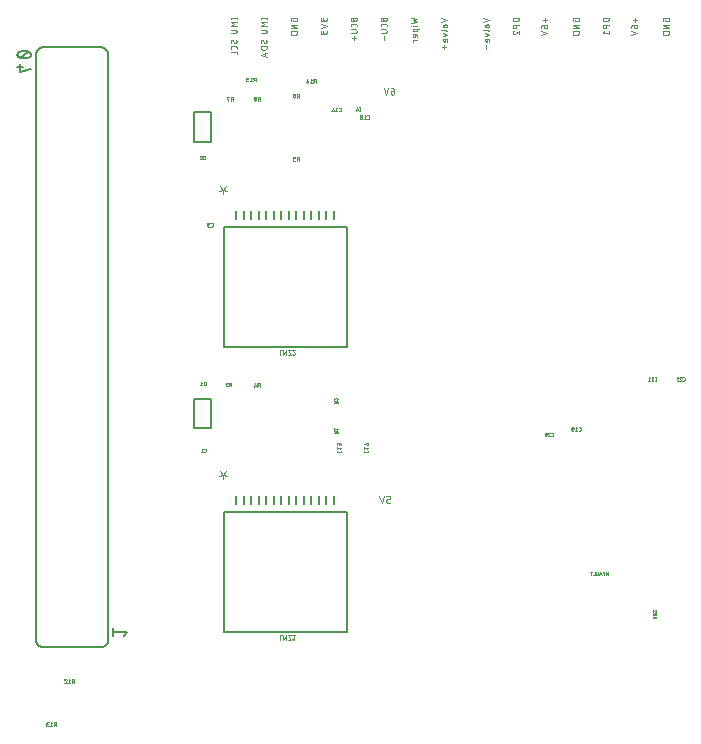
<source format=gbr>
G04 EAGLE Gerber RS-274X export*
G75*
%MOMM*%
%FSLAX34Y34*%
%LPD*%
%INSilkscreen Bottom*%
%IPPOS*%
%AMOC8*
5,1,8,0,0,1.08239X$1,22.5*%
G01*
%ADD10C,0.101600*%
%ADD11C,0.152400*%
%ADD12C,0.076200*%
%ADD13C,0.025400*%
%ADD14C,0.050800*%
%ADD15C,0.127000*%


D10*
X575790Y632516D02*
X575790Y631670D01*
X578612Y631670D01*
X578612Y633363D01*
X578610Y633429D01*
X578604Y633494D01*
X578595Y633559D01*
X578582Y633623D01*
X578565Y633687D01*
X578544Y633749D01*
X578520Y633810D01*
X578492Y633870D01*
X578461Y633928D01*
X578426Y633983D01*
X578389Y634037D01*
X578348Y634089D01*
X578304Y634138D01*
X578258Y634184D01*
X578209Y634228D01*
X578157Y634269D01*
X578103Y634306D01*
X578048Y634341D01*
X577990Y634372D01*
X577930Y634400D01*
X577869Y634424D01*
X577807Y634445D01*
X577743Y634462D01*
X577679Y634475D01*
X577614Y634484D01*
X577549Y634490D01*
X577483Y634492D01*
X574661Y634492D01*
X574595Y634490D01*
X574530Y634484D01*
X574465Y634475D01*
X574401Y634462D01*
X574337Y634445D01*
X574275Y634424D01*
X574214Y634400D01*
X574154Y634372D01*
X574097Y634341D01*
X574041Y634306D01*
X573987Y634269D01*
X573935Y634228D01*
X573886Y634184D01*
X573840Y634138D01*
X573796Y634089D01*
X573755Y634037D01*
X573718Y633983D01*
X573683Y633928D01*
X573652Y633870D01*
X573624Y633810D01*
X573600Y633749D01*
X573579Y633687D01*
X573562Y633623D01*
X573549Y633559D01*
X573540Y633494D01*
X573534Y633429D01*
X573532Y633363D01*
X573532Y631670D01*
X573532Y628640D02*
X578612Y628640D01*
X578612Y625818D02*
X573532Y628640D01*
X573532Y625818D02*
X578612Y625818D01*
X578612Y622788D02*
X573532Y622788D01*
X573532Y621377D01*
X573534Y621303D01*
X573540Y621230D01*
X573549Y621156D01*
X573563Y621084D01*
X573580Y621012D01*
X573601Y620941D01*
X573626Y620871D01*
X573654Y620803D01*
X573686Y620736D01*
X573721Y620672D01*
X573760Y620609D01*
X573801Y620548D01*
X573846Y620489D01*
X573894Y620433D01*
X573945Y620379D01*
X573999Y620328D01*
X574055Y620280D01*
X574114Y620235D01*
X574175Y620194D01*
X574238Y620155D01*
X574302Y620120D01*
X574369Y620088D01*
X574437Y620060D01*
X574507Y620035D01*
X574578Y620014D01*
X574650Y619997D01*
X574722Y619983D01*
X574796Y619974D01*
X574869Y619968D01*
X574943Y619966D01*
X574943Y619965D02*
X577201Y619965D01*
X577201Y619966D02*
X577275Y619968D01*
X577348Y619974D01*
X577422Y619983D01*
X577494Y619997D01*
X577566Y620014D01*
X577637Y620035D01*
X577707Y620060D01*
X577775Y620088D01*
X577842Y620120D01*
X577907Y620155D01*
X577969Y620194D01*
X578030Y620235D01*
X578089Y620280D01*
X578145Y620328D01*
X578199Y620379D01*
X578250Y620433D01*
X578298Y620489D01*
X578343Y620548D01*
X578384Y620609D01*
X578423Y620672D01*
X578458Y620736D01*
X578490Y620803D01*
X578518Y620871D01*
X578543Y620941D01*
X578564Y621012D01*
X578581Y621084D01*
X578595Y621156D01*
X578604Y621230D01*
X578610Y621303D01*
X578612Y621377D01*
X578612Y622788D01*
X549966Y631105D02*
X549966Y634492D01*
X551660Y632799D02*
X548273Y632799D01*
X549120Y628358D02*
X549120Y626664D01*
X549122Y626598D01*
X549128Y626533D01*
X549137Y626468D01*
X549150Y626404D01*
X549167Y626340D01*
X549188Y626278D01*
X549212Y626217D01*
X549240Y626157D01*
X549271Y626100D01*
X549306Y626044D01*
X549343Y625990D01*
X549384Y625938D01*
X549428Y625889D01*
X549474Y625843D01*
X549523Y625799D01*
X549575Y625758D01*
X549629Y625721D01*
X549685Y625686D01*
X549742Y625655D01*
X549802Y625627D01*
X549863Y625603D01*
X549925Y625582D01*
X549989Y625565D01*
X550053Y625552D01*
X550118Y625543D01*
X550183Y625537D01*
X550249Y625535D01*
X550531Y625535D01*
X550531Y625536D02*
X550605Y625538D01*
X550678Y625544D01*
X550752Y625553D01*
X550824Y625567D01*
X550896Y625584D01*
X550967Y625605D01*
X551037Y625630D01*
X551105Y625658D01*
X551172Y625690D01*
X551237Y625725D01*
X551299Y625764D01*
X551360Y625805D01*
X551419Y625850D01*
X551475Y625898D01*
X551529Y625949D01*
X551580Y626003D01*
X551628Y626059D01*
X551673Y626118D01*
X551714Y626179D01*
X551753Y626242D01*
X551788Y626306D01*
X551820Y626373D01*
X551848Y626441D01*
X551873Y626511D01*
X551894Y626582D01*
X551911Y626654D01*
X551925Y626726D01*
X551934Y626800D01*
X551940Y626873D01*
X551942Y626947D01*
X551940Y627021D01*
X551934Y627094D01*
X551925Y627168D01*
X551911Y627240D01*
X551894Y627312D01*
X551873Y627383D01*
X551848Y627453D01*
X551820Y627521D01*
X551788Y627588D01*
X551753Y627653D01*
X551714Y627715D01*
X551673Y627776D01*
X551628Y627835D01*
X551580Y627891D01*
X551529Y627945D01*
X551475Y627996D01*
X551419Y628044D01*
X551360Y628089D01*
X551299Y628130D01*
X551237Y628169D01*
X551172Y628204D01*
X551105Y628236D01*
X551037Y628264D01*
X550967Y628289D01*
X550896Y628310D01*
X550824Y628327D01*
X550752Y628341D01*
X550678Y628350D01*
X550605Y628356D01*
X550531Y628358D01*
X549120Y628358D01*
X549027Y628356D01*
X548934Y628350D01*
X548841Y628341D01*
X548748Y628327D01*
X548657Y628310D01*
X548566Y628289D01*
X548476Y628264D01*
X548387Y628236D01*
X548299Y628204D01*
X548213Y628168D01*
X548128Y628129D01*
X548045Y628086D01*
X547964Y628040D01*
X547885Y627990D01*
X547808Y627938D01*
X547733Y627882D01*
X547661Y627823D01*
X547591Y627761D01*
X547523Y627697D01*
X547459Y627629D01*
X547397Y627559D01*
X547338Y627487D01*
X547282Y627412D01*
X547230Y627335D01*
X547180Y627256D01*
X547134Y627175D01*
X547091Y627092D01*
X547052Y627007D01*
X547016Y626921D01*
X546984Y626833D01*
X546956Y626744D01*
X546931Y626654D01*
X546910Y626563D01*
X546893Y626472D01*
X546879Y626379D01*
X546870Y626287D01*
X546864Y626193D01*
X546862Y626100D01*
X546862Y623154D02*
X551942Y621460D01*
X546862Y619767D01*
X527812Y634492D02*
X522732Y634492D01*
X522732Y633081D01*
X522734Y633007D01*
X522740Y632934D01*
X522749Y632860D01*
X522763Y632788D01*
X522780Y632716D01*
X522801Y632645D01*
X522826Y632575D01*
X522854Y632507D01*
X522886Y632440D01*
X522921Y632376D01*
X522960Y632313D01*
X523001Y632252D01*
X523046Y632193D01*
X523094Y632137D01*
X523145Y632083D01*
X523199Y632032D01*
X523255Y631984D01*
X523314Y631939D01*
X523375Y631898D01*
X523438Y631859D01*
X523502Y631824D01*
X523569Y631792D01*
X523637Y631764D01*
X523707Y631739D01*
X523778Y631718D01*
X523850Y631701D01*
X523922Y631687D01*
X523996Y631678D01*
X524069Y631672D01*
X524143Y631670D01*
X526401Y631670D01*
X526475Y631672D01*
X526548Y631678D01*
X526622Y631687D01*
X526694Y631701D01*
X526766Y631718D01*
X526837Y631739D01*
X526907Y631764D01*
X526975Y631792D01*
X527042Y631824D01*
X527107Y631859D01*
X527169Y631898D01*
X527230Y631939D01*
X527289Y631984D01*
X527345Y632032D01*
X527399Y632083D01*
X527450Y632137D01*
X527498Y632193D01*
X527543Y632252D01*
X527584Y632313D01*
X527623Y632376D01*
X527658Y632440D01*
X527690Y632507D01*
X527718Y632575D01*
X527743Y632645D01*
X527764Y632716D01*
X527781Y632788D01*
X527795Y632860D01*
X527804Y632934D01*
X527810Y633007D01*
X527812Y633081D01*
X527812Y634492D01*
X527812Y628515D02*
X522732Y628515D01*
X522732Y627103D01*
X522734Y627029D01*
X522740Y626956D01*
X522749Y626882D01*
X522763Y626810D01*
X522780Y626738D01*
X522801Y626667D01*
X522826Y626597D01*
X522854Y626529D01*
X522886Y626462D01*
X522921Y626398D01*
X522960Y626335D01*
X523001Y626274D01*
X523046Y626215D01*
X523094Y626159D01*
X523145Y626105D01*
X523199Y626054D01*
X523255Y626006D01*
X523314Y625961D01*
X523375Y625920D01*
X523438Y625881D01*
X523502Y625846D01*
X523569Y625814D01*
X523637Y625786D01*
X523707Y625761D01*
X523778Y625740D01*
X523850Y625723D01*
X523922Y625709D01*
X523996Y625700D01*
X524069Y625694D01*
X524143Y625692D01*
X524217Y625694D01*
X524290Y625700D01*
X524364Y625709D01*
X524436Y625723D01*
X524508Y625740D01*
X524579Y625761D01*
X524649Y625786D01*
X524717Y625814D01*
X524784Y625846D01*
X524849Y625881D01*
X524911Y625920D01*
X524972Y625961D01*
X525031Y626006D01*
X525087Y626054D01*
X525141Y626105D01*
X525192Y626159D01*
X525240Y626215D01*
X525285Y626274D01*
X525326Y626335D01*
X525365Y626398D01*
X525400Y626462D01*
X525432Y626529D01*
X525460Y626597D01*
X525485Y626667D01*
X525506Y626738D01*
X525523Y626810D01*
X525537Y626882D01*
X525546Y626956D01*
X525552Y627029D01*
X525554Y627103D01*
X525554Y628515D01*
X523861Y623336D02*
X522732Y621925D01*
X527812Y621925D01*
X527812Y623336D02*
X527812Y620514D01*
X499590Y631670D02*
X499590Y632516D01*
X499590Y631670D02*
X502412Y631670D01*
X502412Y633363D01*
X502410Y633429D01*
X502404Y633494D01*
X502395Y633559D01*
X502382Y633623D01*
X502365Y633687D01*
X502344Y633749D01*
X502320Y633810D01*
X502292Y633870D01*
X502261Y633928D01*
X502226Y633983D01*
X502189Y634037D01*
X502148Y634089D01*
X502104Y634138D01*
X502058Y634184D01*
X502009Y634228D01*
X501957Y634269D01*
X501903Y634306D01*
X501848Y634341D01*
X501790Y634372D01*
X501730Y634400D01*
X501669Y634424D01*
X501607Y634445D01*
X501543Y634462D01*
X501479Y634475D01*
X501414Y634484D01*
X501349Y634490D01*
X501283Y634492D01*
X498461Y634492D01*
X498395Y634490D01*
X498330Y634484D01*
X498265Y634475D01*
X498201Y634462D01*
X498137Y634445D01*
X498075Y634424D01*
X498014Y634400D01*
X497954Y634372D01*
X497897Y634341D01*
X497841Y634306D01*
X497787Y634269D01*
X497735Y634228D01*
X497686Y634184D01*
X497640Y634138D01*
X497596Y634089D01*
X497555Y634037D01*
X497518Y633983D01*
X497483Y633928D01*
X497452Y633870D01*
X497424Y633810D01*
X497400Y633749D01*
X497379Y633687D01*
X497362Y633623D01*
X497349Y633559D01*
X497340Y633494D01*
X497334Y633429D01*
X497332Y633363D01*
X497332Y631670D01*
X497332Y628640D02*
X502412Y628640D01*
X502412Y625818D02*
X497332Y628640D01*
X497332Y625818D02*
X502412Y625818D01*
X502412Y622788D02*
X497332Y622788D01*
X497332Y621377D01*
X497334Y621303D01*
X497340Y621230D01*
X497349Y621156D01*
X497363Y621084D01*
X497380Y621012D01*
X497401Y620941D01*
X497426Y620871D01*
X497454Y620803D01*
X497486Y620736D01*
X497521Y620672D01*
X497560Y620609D01*
X497601Y620548D01*
X497646Y620489D01*
X497694Y620433D01*
X497745Y620379D01*
X497799Y620328D01*
X497855Y620280D01*
X497914Y620235D01*
X497975Y620194D01*
X498038Y620155D01*
X498102Y620120D01*
X498169Y620088D01*
X498237Y620060D01*
X498307Y620035D01*
X498378Y620014D01*
X498450Y619997D01*
X498522Y619983D01*
X498596Y619974D01*
X498669Y619968D01*
X498743Y619966D01*
X498743Y619965D02*
X501001Y619965D01*
X501001Y619966D02*
X501075Y619968D01*
X501148Y619974D01*
X501222Y619983D01*
X501294Y619997D01*
X501366Y620014D01*
X501437Y620035D01*
X501507Y620060D01*
X501575Y620088D01*
X501642Y620120D01*
X501707Y620155D01*
X501769Y620194D01*
X501830Y620235D01*
X501889Y620280D01*
X501945Y620328D01*
X501999Y620379D01*
X502050Y620433D01*
X502098Y620489D01*
X502143Y620548D01*
X502184Y620609D01*
X502223Y620672D01*
X502258Y620736D01*
X502290Y620803D01*
X502318Y620871D01*
X502343Y620941D01*
X502364Y621012D01*
X502381Y621084D01*
X502395Y621156D01*
X502404Y621230D01*
X502410Y621303D01*
X502412Y621377D01*
X502412Y622788D01*
X473766Y631105D02*
X473766Y634492D01*
X475460Y632799D02*
X472073Y632799D01*
X472920Y628358D02*
X472920Y626664D01*
X472922Y626598D01*
X472928Y626533D01*
X472937Y626468D01*
X472950Y626404D01*
X472967Y626340D01*
X472988Y626278D01*
X473012Y626217D01*
X473040Y626157D01*
X473071Y626100D01*
X473106Y626044D01*
X473143Y625990D01*
X473184Y625938D01*
X473228Y625889D01*
X473274Y625843D01*
X473323Y625799D01*
X473375Y625758D01*
X473429Y625721D01*
X473485Y625686D01*
X473542Y625655D01*
X473602Y625627D01*
X473663Y625603D01*
X473725Y625582D01*
X473789Y625565D01*
X473853Y625552D01*
X473918Y625543D01*
X473983Y625537D01*
X474049Y625535D01*
X474331Y625535D01*
X474331Y625536D02*
X474405Y625538D01*
X474478Y625544D01*
X474552Y625553D01*
X474624Y625567D01*
X474696Y625584D01*
X474767Y625605D01*
X474837Y625630D01*
X474905Y625658D01*
X474972Y625690D01*
X475037Y625725D01*
X475099Y625764D01*
X475160Y625805D01*
X475219Y625850D01*
X475275Y625898D01*
X475329Y625949D01*
X475380Y626003D01*
X475428Y626059D01*
X475473Y626118D01*
X475514Y626179D01*
X475553Y626242D01*
X475588Y626306D01*
X475620Y626373D01*
X475648Y626441D01*
X475673Y626511D01*
X475694Y626582D01*
X475711Y626654D01*
X475725Y626726D01*
X475734Y626800D01*
X475740Y626873D01*
X475742Y626947D01*
X475740Y627021D01*
X475734Y627094D01*
X475725Y627168D01*
X475711Y627240D01*
X475694Y627312D01*
X475673Y627383D01*
X475648Y627453D01*
X475620Y627521D01*
X475588Y627588D01*
X475553Y627653D01*
X475514Y627715D01*
X475473Y627776D01*
X475428Y627835D01*
X475380Y627891D01*
X475329Y627945D01*
X475275Y627996D01*
X475219Y628044D01*
X475160Y628089D01*
X475099Y628130D01*
X475037Y628169D01*
X474972Y628204D01*
X474905Y628236D01*
X474837Y628264D01*
X474767Y628289D01*
X474696Y628310D01*
X474624Y628327D01*
X474552Y628341D01*
X474478Y628350D01*
X474405Y628356D01*
X474331Y628358D01*
X472920Y628358D01*
X472827Y628356D01*
X472734Y628350D01*
X472641Y628341D01*
X472548Y628327D01*
X472457Y628310D01*
X472366Y628289D01*
X472276Y628264D01*
X472187Y628236D01*
X472099Y628204D01*
X472013Y628168D01*
X471928Y628129D01*
X471845Y628086D01*
X471764Y628040D01*
X471685Y627990D01*
X471608Y627938D01*
X471533Y627882D01*
X471461Y627823D01*
X471391Y627761D01*
X471323Y627697D01*
X471259Y627629D01*
X471197Y627559D01*
X471138Y627487D01*
X471082Y627412D01*
X471030Y627335D01*
X470980Y627256D01*
X470934Y627175D01*
X470891Y627092D01*
X470852Y627007D01*
X470816Y626921D01*
X470784Y626833D01*
X470756Y626744D01*
X470731Y626654D01*
X470710Y626563D01*
X470693Y626472D01*
X470679Y626379D01*
X470670Y626287D01*
X470664Y626193D01*
X470662Y626100D01*
X470662Y623154D02*
X475742Y621460D01*
X470662Y619767D01*
X451612Y634492D02*
X446532Y634492D01*
X446532Y633081D01*
X446534Y633007D01*
X446540Y632934D01*
X446549Y632860D01*
X446563Y632788D01*
X446580Y632716D01*
X446601Y632645D01*
X446626Y632575D01*
X446654Y632507D01*
X446686Y632440D01*
X446721Y632376D01*
X446760Y632313D01*
X446801Y632252D01*
X446846Y632193D01*
X446894Y632137D01*
X446945Y632083D01*
X446999Y632032D01*
X447055Y631984D01*
X447114Y631939D01*
X447175Y631898D01*
X447238Y631859D01*
X447302Y631824D01*
X447369Y631792D01*
X447437Y631764D01*
X447507Y631739D01*
X447578Y631718D01*
X447650Y631701D01*
X447722Y631687D01*
X447796Y631678D01*
X447869Y631672D01*
X447943Y631670D01*
X450201Y631670D01*
X450275Y631672D01*
X450348Y631678D01*
X450422Y631687D01*
X450494Y631701D01*
X450566Y631718D01*
X450637Y631739D01*
X450707Y631764D01*
X450775Y631792D01*
X450842Y631824D01*
X450907Y631859D01*
X450969Y631898D01*
X451030Y631939D01*
X451089Y631984D01*
X451145Y632032D01*
X451199Y632083D01*
X451250Y632137D01*
X451298Y632193D01*
X451343Y632252D01*
X451384Y632313D01*
X451423Y632376D01*
X451458Y632440D01*
X451490Y632507D01*
X451518Y632575D01*
X451543Y632645D01*
X451564Y632716D01*
X451581Y632788D01*
X451595Y632860D01*
X451604Y632934D01*
X451610Y633007D01*
X451612Y633081D01*
X451612Y634492D01*
X451612Y628515D02*
X446532Y628515D01*
X446532Y627103D01*
X446534Y627029D01*
X446540Y626956D01*
X446549Y626882D01*
X446563Y626810D01*
X446580Y626738D01*
X446601Y626667D01*
X446626Y626597D01*
X446654Y626529D01*
X446686Y626462D01*
X446721Y626398D01*
X446760Y626335D01*
X446801Y626274D01*
X446846Y626215D01*
X446894Y626159D01*
X446945Y626105D01*
X446999Y626054D01*
X447055Y626006D01*
X447114Y625961D01*
X447175Y625920D01*
X447238Y625881D01*
X447302Y625846D01*
X447369Y625814D01*
X447437Y625786D01*
X447507Y625761D01*
X447578Y625740D01*
X447650Y625723D01*
X447722Y625709D01*
X447796Y625700D01*
X447869Y625694D01*
X447943Y625692D01*
X448017Y625694D01*
X448090Y625700D01*
X448164Y625709D01*
X448236Y625723D01*
X448308Y625740D01*
X448379Y625761D01*
X448449Y625786D01*
X448517Y625814D01*
X448584Y625846D01*
X448649Y625881D01*
X448711Y625920D01*
X448772Y625961D01*
X448831Y626006D01*
X448887Y626054D01*
X448941Y626105D01*
X448992Y626159D01*
X449040Y626215D01*
X449085Y626274D01*
X449126Y626335D01*
X449165Y626398D01*
X449200Y626462D01*
X449232Y626529D01*
X449260Y626597D01*
X449285Y626667D01*
X449306Y626738D01*
X449323Y626810D01*
X449337Y626882D01*
X449346Y626956D01*
X449352Y627029D01*
X449354Y627103D01*
X449354Y628515D01*
X446532Y621784D02*
X446534Y621715D01*
X446539Y621647D01*
X446549Y621579D01*
X446562Y621511D01*
X446578Y621444D01*
X446598Y621378D01*
X446622Y621314D01*
X446649Y621251D01*
X446680Y621189D01*
X446714Y621129D01*
X446751Y621071D01*
X446791Y621015D01*
X446834Y620962D01*
X446880Y620911D01*
X446929Y620862D01*
X446980Y620816D01*
X447033Y620773D01*
X447089Y620733D01*
X447147Y620696D01*
X447207Y620662D01*
X447269Y620631D01*
X447332Y620604D01*
X447396Y620580D01*
X447462Y620560D01*
X447529Y620544D01*
X447597Y620531D01*
X447665Y620521D01*
X447733Y620516D01*
X447802Y620514D01*
X446532Y621784D02*
X446534Y621863D01*
X446540Y621942D01*
X446549Y622020D01*
X446562Y622098D01*
X446579Y622175D01*
X446600Y622251D01*
X446625Y622326D01*
X446653Y622400D01*
X446684Y622472D01*
X446719Y622543D01*
X446758Y622612D01*
X446799Y622679D01*
X446844Y622744D01*
X446892Y622807D01*
X446943Y622867D01*
X446997Y622925D01*
X447053Y622980D01*
X447112Y623032D01*
X447174Y623081D01*
X447238Y623128D01*
X447304Y623171D01*
X447372Y623211D01*
X447442Y623248D01*
X447514Y623281D01*
X447587Y623310D01*
X447661Y623337D01*
X448790Y620937D02*
X448741Y620889D01*
X448690Y620842D01*
X448636Y620799D01*
X448580Y620758D01*
X448523Y620720D01*
X448463Y620685D01*
X448402Y620653D01*
X448339Y620624D01*
X448275Y620599D01*
X448210Y620576D01*
X448144Y620557D01*
X448076Y620542D01*
X448008Y620530D01*
X447940Y620521D01*
X447871Y620516D01*
X447802Y620514D01*
X448790Y620938D02*
X451612Y623336D01*
X451612Y620514D01*
X426212Y632799D02*
X421132Y634492D01*
X421132Y631105D02*
X426212Y632799D01*
X424236Y627863D02*
X424236Y626593D01*
X424236Y627863D02*
X424238Y627925D01*
X424244Y627987D01*
X424254Y628048D01*
X424267Y628109D01*
X424284Y628168D01*
X424305Y628227D01*
X424330Y628284D01*
X424358Y628339D01*
X424390Y628392D01*
X424425Y628444D01*
X424463Y628493D01*
X424504Y628539D01*
X424548Y628583D01*
X424594Y628624D01*
X424643Y628662D01*
X424695Y628697D01*
X424748Y628729D01*
X424803Y628757D01*
X424860Y628782D01*
X424919Y628803D01*
X424978Y628820D01*
X425039Y628833D01*
X425100Y628843D01*
X425162Y628849D01*
X425224Y628851D01*
X425286Y628849D01*
X425348Y628843D01*
X425409Y628833D01*
X425470Y628820D01*
X425529Y628803D01*
X425588Y628782D01*
X425645Y628757D01*
X425700Y628729D01*
X425753Y628697D01*
X425805Y628662D01*
X425854Y628624D01*
X425900Y628583D01*
X425944Y628539D01*
X425985Y628493D01*
X426023Y628444D01*
X426058Y628392D01*
X426090Y628339D01*
X426118Y628284D01*
X426143Y628227D01*
X426164Y628168D01*
X426181Y628109D01*
X426194Y628048D01*
X426204Y627987D01*
X426210Y627925D01*
X426212Y627863D01*
X426212Y626593D01*
X423672Y626593D01*
X423672Y626592D02*
X423617Y626594D01*
X423561Y626599D01*
X423507Y626608D01*
X423453Y626621D01*
X423400Y626637D01*
X423348Y626656D01*
X423297Y626679D01*
X423249Y626705D01*
X423201Y626735D01*
X423156Y626767D01*
X423114Y626802D01*
X423073Y626840D01*
X423035Y626881D01*
X423000Y626923D01*
X422968Y626968D01*
X422938Y627016D01*
X422912Y627064D01*
X422889Y627115D01*
X422870Y627167D01*
X422854Y627220D01*
X422841Y627274D01*
X422832Y627328D01*
X422827Y627384D01*
X422825Y627439D01*
X422825Y628568D01*
X421132Y623858D02*
X425365Y623858D01*
X425420Y623856D01*
X425476Y623851D01*
X425530Y623842D01*
X425584Y623829D01*
X425637Y623813D01*
X425689Y623794D01*
X425740Y623771D01*
X425789Y623745D01*
X425836Y623715D01*
X425881Y623683D01*
X425923Y623648D01*
X425964Y623610D01*
X426002Y623569D01*
X426037Y623527D01*
X426069Y623482D01*
X426099Y623435D01*
X426125Y623386D01*
X426148Y623335D01*
X426167Y623283D01*
X426183Y623230D01*
X426196Y623176D01*
X426205Y623122D01*
X426210Y623066D01*
X426212Y623011D01*
X426212Y619997D02*
X422825Y621126D01*
X422825Y618868D02*
X426212Y619997D01*
X426212Y615707D02*
X426212Y614296D01*
X426212Y615707D02*
X426210Y615762D01*
X426205Y615818D01*
X426196Y615872D01*
X426183Y615926D01*
X426167Y615979D01*
X426148Y616031D01*
X426125Y616082D01*
X426099Y616131D01*
X426069Y616178D01*
X426037Y616223D01*
X426002Y616265D01*
X425964Y616306D01*
X425923Y616344D01*
X425881Y616379D01*
X425836Y616411D01*
X425789Y616441D01*
X425740Y616467D01*
X425689Y616490D01*
X425637Y616509D01*
X425584Y616525D01*
X425530Y616538D01*
X425476Y616547D01*
X425420Y616552D01*
X425365Y616554D01*
X423954Y616554D01*
X423888Y616552D01*
X423823Y616546D01*
X423758Y616537D01*
X423694Y616524D01*
X423630Y616507D01*
X423568Y616486D01*
X423507Y616462D01*
X423447Y616434D01*
X423390Y616403D01*
X423334Y616368D01*
X423280Y616331D01*
X423228Y616290D01*
X423179Y616246D01*
X423133Y616200D01*
X423089Y616151D01*
X423048Y616099D01*
X423011Y616045D01*
X422976Y615990D01*
X422945Y615932D01*
X422917Y615872D01*
X422893Y615811D01*
X422872Y615749D01*
X422855Y615685D01*
X422842Y615621D01*
X422833Y615556D01*
X422827Y615491D01*
X422825Y615425D01*
X422827Y615359D01*
X422833Y615294D01*
X422842Y615229D01*
X422855Y615165D01*
X422872Y615101D01*
X422893Y615039D01*
X422917Y614978D01*
X422945Y614918D01*
X422976Y614861D01*
X423011Y614805D01*
X423048Y614751D01*
X423089Y614699D01*
X423133Y614650D01*
X423179Y614604D01*
X423228Y614560D01*
X423280Y614519D01*
X423334Y614482D01*
X423390Y614447D01*
X423447Y614416D01*
X423507Y614388D01*
X423568Y614364D01*
X423630Y614343D01*
X423694Y614326D01*
X423758Y614313D01*
X423823Y614304D01*
X423888Y614298D01*
X423954Y614296D01*
X424519Y614296D01*
X424519Y616554D01*
X424236Y611632D02*
X424236Y608246D01*
X390652Y632799D02*
X385572Y634492D01*
X385572Y631105D02*
X390652Y632799D01*
X388676Y627863D02*
X388676Y626593D01*
X388676Y627863D02*
X388678Y627925D01*
X388684Y627987D01*
X388694Y628048D01*
X388707Y628109D01*
X388724Y628168D01*
X388745Y628227D01*
X388770Y628284D01*
X388798Y628339D01*
X388830Y628392D01*
X388865Y628444D01*
X388903Y628493D01*
X388944Y628539D01*
X388988Y628583D01*
X389034Y628624D01*
X389083Y628662D01*
X389135Y628697D01*
X389188Y628729D01*
X389243Y628757D01*
X389300Y628782D01*
X389359Y628803D01*
X389418Y628820D01*
X389479Y628833D01*
X389540Y628843D01*
X389602Y628849D01*
X389664Y628851D01*
X389726Y628849D01*
X389788Y628843D01*
X389849Y628833D01*
X389910Y628820D01*
X389969Y628803D01*
X390028Y628782D01*
X390085Y628757D01*
X390140Y628729D01*
X390193Y628697D01*
X390245Y628662D01*
X390294Y628624D01*
X390340Y628583D01*
X390384Y628539D01*
X390425Y628493D01*
X390463Y628444D01*
X390498Y628392D01*
X390530Y628339D01*
X390558Y628284D01*
X390583Y628227D01*
X390604Y628168D01*
X390621Y628109D01*
X390634Y628048D01*
X390644Y627987D01*
X390650Y627925D01*
X390652Y627863D01*
X390652Y626593D01*
X388112Y626593D01*
X388112Y626592D02*
X388057Y626594D01*
X388001Y626599D01*
X387947Y626608D01*
X387893Y626621D01*
X387840Y626637D01*
X387788Y626656D01*
X387737Y626679D01*
X387689Y626705D01*
X387641Y626735D01*
X387596Y626767D01*
X387554Y626802D01*
X387513Y626840D01*
X387475Y626881D01*
X387440Y626923D01*
X387408Y626968D01*
X387378Y627016D01*
X387352Y627064D01*
X387329Y627115D01*
X387310Y627167D01*
X387294Y627220D01*
X387281Y627274D01*
X387272Y627328D01*
X387267Y627384D01*
X387265Y627439D01*
X387265Y628568D01*
X385572Y623858D02*
X389805Y623858D01*
X389860Y623856D01*
X389916Y623851D01*
X389970Y623842D01*
X390024Y623829D01*
X390077Y623813D01*
X390129Y623794D01*
X390180Y623771D01*
X390229Y623745D01*
X390276Y623715D01*
X390321Y623683D01*
X390363Y623648D01*
X390404Y623610D01*
X390442Y623569D01*
X390477Y623527D01*
X390509Y623482D01*
X390539Y623435D01*
X390565Y623386D01*
X390588Y623335D01*
X390607Y623283D01*
X390623Y623230D01*
X390636Y623176D01*
X390645Y623122D01*
X390650Y623066D01*
X390652Y623011D01*
X390652Y619997D02*
X387265Y621126D01*
X387265Y618868D02*
X390652Y619997D01*
X390652Y615707D02*
X390652Y614296D01*
X390652Y615707D02*
X390650Y615762D01*
X390645Y615818D01*
X390636Y615872D01*
X390623Y615926D01*
X390607Y615979D01*
X390588Y616031D01*
X390565Y616082D01*
X390539Y616131D01*
X390509Y616178D01*
X390477Y616223D01*
X390442Y616265D01*
X390404Y616306D01*
X390363Y616344D01*
X390321Y616379D01*
X390276Y616411D01*
X390229Y616441D01*
X390180Y616467D01*
X390129Y616490D01*
X390077Y616509D01*
X390024Y616525D01*
X389970Y616538D01*
X389916Y616547D01*
X389860Y616552D01*
X389805Y616554D01*
X388394Y616554D01*
X388328Y616552D01*
X388263Y616546D01*
X388198Y616537D01*
X388134Y616524D01*
X388070Y616507D01*
X388008Y616486D01*
X387947Y616462D01*
X387887Y616434D01*
X387830Y616403D01*
X387774Y616368D01*
X387720Y616331D01*
X387668Y616290D01*
X387619Y616246D01*
X387573Y616200D01*
X387529Y616151D01*
X387488Y616099D01*
X387451Y616045D01*
X387416Y615990D01*
X387385Y615932D01*
X387357Y615872D01*
X387333Y615811D01*
X387312Y615749D01*
X387295Y615685D01*
X387282Y615621D01*
X387273Y615556D01*
X387267Y615491D01*
X387265Y615425D01*
X387267Y615359D01*
X387273Y615294D01*
X387282Y615229D01*
X387295Y615165D01*
X387312Y615101D01*
X387333Y615039D01*
X387357Y614978D01*
X387385Y614918D01*
X387416Y614861D01*
X387451Y614805D01*
X387488Y614751D01*
X387529Y614699D01*
X387573Y614650D01*
X387619Y614604D01*
X387668Y614560D01*
X387720Y614519D01*
X387774Y614482D01*
X387830Y614447D01*
X387887Y614416D01*
X387947Y614388D01*
X388008Y614364D01*
X388070Y614343D01*
X388134Y614326D01*
X388198Y614313D01*
X388263Y614304D01*
X388328Y614298D01*
X388394Y614296D01*
X388959Y614296D01*
X388959Y616554D01*
X388676Y611632D02*
X388676Y608246D01*
X390370Y609939D02*
X386983Y609939D01*
X365252Y633363D02*
X360172Y634492D01*
X361865Y632234D02*
X365252Y633363D01*
X365252Y631105D02*
X361865Y632234D01*
X360172Y629976D02*
X365252Y631105D01*
X365252Y627662D02*
X361865Y627662D01*
X360454Y627803D02*
X360172Y627803D01*
X360172Y627521D01*
X360454Y627521D01*
X360454Y627803D01*
X361865Y625090D02*
X366945Y625090D01*
X361865Y625090D02*
X361865Y623679D01*
X361867Y623624D01*
X361872Y623568D01*
X361881Y623514D01*
X361894Y623460D01*
X361910Y623407D01*
X361929Y623355D01*
X361952Y623304D01*
X361978Y623256D01*
X362008Y623208D01*
X362040Y623163D01*
X362075Y623121D01*
X362113Y623080D01*
X362154Y623042D01*
X362196Y623007D01*
X362241Y622975D01*
X362289Y622945D01*
X362337Y622919D01*
X362388Y622896D01*
X362440Y622877D01*
X362493Y622861D01*
X362547Y622848D01*
X362601Y622839D01*
X362657Y622834D01*
X362712Y622832D01*
X364405Y622832D01*
X364460Y622834D01*
X364516Y622839D01*
X364570Y622848D01*
X364624Y622861D01*
X364677Y622877D01*
X364729Y622896D01*
X364780Y622919D01*
X364829Y622945D01*
X364876Y622975D01*
X364921Y623007D01*
X364963Y623042D01*
X365004Y623080D01*
X365042Y623121D01*
X365077Y623163D01*
X365109Y623208D01*
X365139Y623256D01*
X365165Y623304D01*
X365188Y623355D01*
X365207Y623407D01*
X365223Y623460D01*
X365236Y623514D01*
X365245Y623568D01*
X365250Y623624D01*
X365252Y623679D01*
X365252Y625090D01*
X365252Y619532D02*
X365252Y618121D01*
X365252Y619532D02*
X365250Y619587D01*
X365245Y619643D01*
X365236Y619697D01*
X365223Y619751D01*
X365207Y619804D01*
X365188Y619856D01*
X365165Y619907D01*
X365139Y619956D01*
X365109Y620003D01*
X365077Y620048D01*
X365042Y620090D01*
X365004Y620131D01*
X364963Y620169D01*
X364921Y620204D01*
X364876Y620236D01*
X364829Y620266D01*
X364780Y620292D01*
X364729Y620315D01*
X364677Y620334D01*
X364624Y620350D01*
X364570Y620363D01*
X364516Y620372D01*
X364460Y620377D01*
X364405Y620379D01*
X362994Y620379D01*
X362928Y620377D01*
X362863Y620371D01*
X362798Y620362D01*
X362734Y620349D01*
X362670Y620332D01*
X362608Y620311D01*
X362547Y620287D01*
X362487Y620259D01*
X362430Y620228D01*
X362374Y620193D01*
X362320Y620156D01*
X362268Y620115D01*
X362219Y620071D01*
X362173Y620025D01*
X362129Y619976D01*
X362088Y619924D01*
X362051Y619870D01*
X362016Y619815D01*
X361985Y619757D01*
X361957Y619697D01*
X361933Y619636D01*
X361912Y619574D01*
X361895Y619510D01*
X361882Y619446D01*
X361873Y619381D01*
X361867Y619316D01*
X361865Y619250D01*
X361867Y619184D01*
X361873Y619119D01*
X361882Y619054D01*
X361895Y618990D01*
X361912Y618926D01*
X361933Y618864D01*
X361957Y618803D01*
X361985Y618743D01*
X362016Y618686D01*
X362051Y618630D01*
X362088Y618576D01*
X362129Y618524D01*
X362173Y618475D01*
X362219Y618429D01*
X362268Y618385D01*
X362320Y618344D01*
X362374Y618307D01*
X362430Y618272D01*
X362487Y618241D01*
X362547Y618213D01*
X362608Y618189D01*
X362670Y618168D01*
X362734Y618151D01*
X362798Y618138D01*
X362863Y618129D01*
X362928Y618123D01*
X362994Y618121D01*
X363559Y618121D01*
X363559Y620379D01*
X365252Y615392D02*
X361865Y615392D01*
X361865Y613699D01*
X362430Y613699D01*
X337030Y633081D02*
X337030Y634492D01*
X337030Y633081D02*
X337032Y633007D01*
X337038Y632934D01*
X337047Y632860D01*
X337061Y632788D01*
X337078Y632716D01*
X337099Y632645D01*
X337124Y632575D01*
X337152Y632507D01*
X337184Y632440D01*
X337219Y632376D01*
X337258Y632313D01*
X337299Y632252D01*
X337344Y632193D01*
X337392Y632137D01*
X337443Y632083D01*
X337497Y632032D01*
X337553Y631984D01*
X337612Y631939D01*
X337673Y631898D01*
X337736Y631859D01*
X337800Y631824D01*
X337867Y631792D01*
X337935Y631764D01*
X338005Y631739D01*
X338076Y631718D01*
X338148Y631701D01*
X338220Y631687D01*
X338294Y631678D01*
X338367Y631672D01*
X338441Y631670D01*
X338515Y631672D01*
X338588Y631678D01*
X338662Y631687D01*
X338734Y631701D01*
X338806Y631718D01*
X338877Y631739D01*
X338947Y631764D01*
X339015Y631792D01*
X339082Y631824D01*
X339147Y631859D01*
X339209Y631898D01*
X339270Y631939D01*
X339329Y631984D01*
X339385Y632032D01*
X339439Y632083D01*
X339490Y632137D01*
X339538Y632193D01*
X339583Y632252D01*
X339624Y632313D01*
X339663Y632376D01*
X339698Y632440D01*
X339730Y632507D01*
X339758Y632575D01*
X339783Y632645D01*
X339804Y632716D01*
X339821Y632788D01*
X339835Y632860D01*
X339844Y632934D01*
X339850Y633007D01*
X339852Y633081D01*
X339852Y634492D01*
X334772Y634492D01*
X334772Y633081D01*
X334774Y633015D01*
X334780Y632950D01*
X334789Y632885D01*
X334802Y632821D01*
X334819Y632757D01*
X334840Y632695D01*
X334864Y632634D01*
X334892Y632574D01*
X334923Y632517D01*
X334958Y632461D01*
X334995Y632407D01*
X335036Y632355D01*
X335080Y632306D01*
X335126Y632260D01*
X335175Y632216D01*
X335227Y632175D01*
X335281Y632138D01*
X335337Y632103D01*
X335394Y632072D01*
X335454Y632044D01*
X335515Y632020D01*
X335577Y631999D01*
X335641Y631982D01*
X335705Y631969D01*
X335770Y631960D01*
X335835Y631954D01*
X335901Y631952D01*
X335967Y631954D01*
X336032Y631960D01*
X336097Y631969D01*
X336161Y631982D01*
X336225Y631999D01*
X336287Y632020D01*
X336348Y632044D01*
X336408Y632072D01*
X336466Y632103D01*
X336521Y632138D01*
X336575Y632175D01*
X336627Y632216D01*
X336676Y632260D01*
X336722Y632306D01*
X336766Y632355D01*
X336807Y632407D01*
X336844Y632461D01*
X336879Y632517D01*
X336910Y632574D01*
X336938Y632634D01*
X336962Y632695D01*
X336983Y632757D01*
X337000Y632821D01*
X337013Y632885D01*
X337022Y632950D01*
X337028Y633015D01*
X337030Y633081D01*
X339852Y628210D02*
X339852Y627081D01*
X339852Y628210D02*
X339850Y628276D01*
X339844Y628341D01*
X339835Y628406D01*
X339822Y628470D01*
X339805Y628534D01*
X339784Y628596D01*
X339760Y628657D01*
X339732Y628717D01*
X339701Y628775D01*
X339666Y628830D01*
X339629Y628884D01*
X339588Y628936D01*
X339544Y628985D01*
X339498Y629031D01*
X339449Y629075D01*
X339397Y629116D01*
X339343Y629153D01*
X339288Y629188D01*
X339230Y629219D01*
X339170Y629247D01*
X339109Y629271D01*
X339047Y629292D01*
X338983Y629309D01*
X338919Y629322D01*
X338854Y629331D01*
X338789Y629337D01*
X338723Y629339D01*
X338723Y629338D02*
X335901Y629338D01*
X335835Y629336D01*
X335770Y629330D01*
X335705Y629321D01*
X335641Y629308D01*
X335577Y629291D01*
X335515Y629270D01*
X335454Y629246D01*
X335394Y629218D01*
X335337Y629187D01*
X335281Y629152D01*
X335227Y629115D01*
X335175Y629074D01*
X335126Y629030D01*
X335080Y628984D01*
X335036Y628935D01*
X334995Y628883D01*
X334958Y628829D01*
X334923Y628774D01*
X334892Y628716D01*
X334864Y628656D01*
X334840Y628595D01*
X334819Y628533D01*
X334802Y628469D01*
X334789Y628405D01*
X334780Y628340D01*
X334774Y628275D01*
X334772Y628209D01*
X334772Y628210D02*
X334772Y627081D01*
X334772Y624559D02*
X338441Y624559D01*
X338515Y624557D01*
X338588Y624551D01*
X338662Y624542D01*
X338734Y624528D01*
X338806Y624511D01*
X338877Y624490D01*
X338947Y624465D01*
X339015Y624437D01*
X339082Y624405D01*
X339147Y624370D01*
X339209Y624331D01*
X339270Y624290D01*
X339329Y624245D01*
X339385Y624197D01*
X339439Y624146D01*
X339490Y624092D01*
X339538Y624036D01*
X339583Y623977D01*
X339624Y623916D01*
X339663Y623854D01*
X339698Y623789D01*
X339730Y623722D01*
X339758Y623654D01*
X339783Y623584D01*
X339804Y623513D01*
X339821Y623441D01*
X339835Y623369D01*
X339844Y623295D01*
X339850Y623222D01*
X339852Y623148D01*
X339850Y623074D01*
X339844Y623001D01*
X339835Y622927D01*
X339821Y622855D01*
X339804Y622783D01*
X339783Y622712D01*
X339758Y622642D01*
X339730Y622574D01*
X339698Y622507D01*
X339663Y622443D01*
X339624Y622380D01*
X339583Y622319D01*
X339538Y622260D01*
X339490Y622204D01*
X339439Y622150D01*
X339385Y622099D01*
X339329Y622051D01*
X339270Y622006D01*
X339209Y621965D01*
X339147Y621926D01*
X339082Y621891D01*
X339015Y621859D01*
X338947Y621831D01*
X338877Y621806D01*
X338806Y621785D01*
X338734Y621768D01*
X338662Y621754D01*
X338588Y621745D01*
X338515Y621739D01*
X338441Y621737D01*
X334772Y621737D01*
X337876Y618806D02*
X337876Y615420D01*
X311630Y633081D02*
X311630Y634492D01*
X311630Y633081D02*
X311632Y633007D01*
X311638Y632934D01*
X311647Y632860D01*
X311661Y632788D01*
X311678Y632716D01*
X311699Y632645D01*
X311724Y632575D01*
X311752Y632507D01*
X311784Y632440D01*
X311819Y632376D01*
X311858Y632313D01*
X311899Y632252D01*
X311944Y632193D01*
X311992Y632137D01*
X312043Y632083D01*
X312097Y632032D01*
X312153Y631984D01*
X312212Y631939D01*
X312273Y631898D01*
X312336Y631859D01*
X312400Y631824D01*
X312467Y631792D01*
X312535Y631764D01*
X312605Y631739D01*
X312676Y631718D01*
X312748Y631701D01*
X312820Y631687D01*
X312894Y631678D01*
X312967Y631672D01*
X313041Y631670D01*
X313115Y631672D01*
X313188Y631678D01*
X313262Y631687D01*
X313334Y631701D01*
X313406Y631718D01*
X313477Y631739D01*
X313547Y631764D01*
X313615Y631792D01*
X313682Y631824D01*
X313747Y631859D01*
X313809Y631898D01*
X313870Y631939D01*
X313929Y631984D01*
X313985Y632032D01*
X314039Y632083D01*
X314090Y632137D01*
X314138Y632193D01*
X314183Y632252D01*
X314224Y632313D01*
X314263Y632376D01*
X314298Y632440D01*
X314330Y632507D01*
X314358Y632575D01*
X314383Y632645D01*
X314404Y632716D01*
X314421Y632788D01*
X314435Y632860D01*
X314444Y632934D01*
X314450Y633007D01*
X314452Y633081D01*
X314452Y634492D01*
X309372Y634492D01*
X309372Y633081D01*
X309374Y633015D01*
X309380Y632950D01*
X309389Y632885D01*
X309402Y632821D01*
X309419Y632757D01*
X309440Y632695D01*
X309464Y632634D01*
X309492Y632574D01*
X309523Y632517D01*
X309558Y632461D01*
X309595Y632407D01*
X309636Y632355D01*
X309680Y632306D01*
X309726Y632260D01*
X309775Y632216D01*
X309827Y632175D01*
X309881Y632138D01*
X309937Y632103D01*
X309994Y632072D01*
X310054Y632044D01*
X310115Y632020D01*
X310177Y631999D01*
X310241Y631982D01*
X310305Y631969D01*
X310370Y631960D01*
X310435Y631954D01*
X310501Y631952D01*
X310567Y631954D01*
X310632Y631960D01*
X310697Y631969D01*
X310761Y631982D01*
X310825Y631999D01*
X310887Y632020D01*
X310948Y632044D01*
X311008Y632072D01*
X311066Y632103D01*
X311121Y632138D01*
X311175Y632175D01*
X311227Y632216D01*
X311276Y632260D01*
X311322Y632306D01*
X311366Y632355D01*
X311407Y632407D01*
X311444Y632461D01*
X311479Y632517D01*
X311510Y632574D01*
X311538Y632634D01*
X311562Y632695D01*
X311583Y632757D01*
X311600Y632821D01*
X311613Y632885D01*
X311622Y632950D01*
X311628Y633015D01*
X311630Y633081D01*
X314452Y628210D02*
X314452Y627081D01*
X314452Y628210D02*
X314450Y628276D01*
X314444Y628341D01*
X314435Y628406D01*
X314422Y628470D01*
X314405Y628534D01*
X314384Y628596D01*
X314360Y628657D01*
X314332Y628717D01*
X314301Y628775D01*
X314266Y628830D01*
X314229Y628884D01*
X314188Y628936D01*
X314144Y628985D01*
X314098Y629031D01*
X314049Y629075D01*
X313997Y629116D01*
X313943Y629153D01*
X313888Y629188D01*
X313830Y629219D01*
X313770Y629247D01*
X313709Y629271D01*
X313647Y629292D01*
X313583Y629309D01*
X313519Y629322D01*
X313454Y629331D01*
X313389Y629337D01*
X313323Y629339D01*
X313323Y629338D02*
X310501Y629338D01*
X310435Y629336D01*
X310370Y629330D01*
X310305Y629321D01*
X310241Y629308D01*
X310177Y629291D01*
X310115Y629270D01*
X310054Y629246D01*
X309994Y629218D01*
X309937Y629187D01*
X309881Y629152D01*
X309827Y629115D01*
X309775Y629074D01*
X309726Y629030D01*
X309680Y628984D01*
X309636Y628935D01*
X309595Y628883D01*
X309558Y628829D01*
X309523Y628774D01*
X309492Y628716D01*
X309464Y628656D01*
X309440Y628595D01*
X309419Y628533D01*
X309402Y628469D01*
X309389Y628405D01*
X309380Y628340D01*
X309374Y628275D01*
X309372Y628209D01*
X309372Y628210D02*
X309372Y627081D01*
X309372Y624559D02*
X313041Y624559D01*
X313115Y624557D01*
X313188Y624551D01*
X313262Y624542D01*
X313334Y624528D01*
X313406Y624511D01*
X313477Y624490D01*
X313547Y624465D01*
X313615Y624437D01*
X313682Y624405D01*
X313747Y624370D01*
X313809Y624331D01*
X313870Y624290D01*
X313929Y624245D01*
X313985Y624197D01*
X314039Y624146D01*
X314090Y624092D01*
X314138Y624036D01*
X314183Y623977D01*
X314224Y623916D01*
X314263Y623854D01*
X314298Y623789D01*
X314330Y623722D01*
X314358Y623654D01*
X314383Y623584D01*
X314404Y623513D01*
X314421Y623441D01*
X314435Y623369D01*
X314444Y623295D01*
X314450Y623222D01*
X314452Y623148D01*
X314450Y623074D01*
X314444Y623001D01*
X314435Y622927D01*
X314421Y622855D01*
X314404Y622783D01*
X314383Y622712D01*
X314358Y622642D01*
X314330Y622574D01*
X314298Y622507D01*
X314263Y622443D01*
X314224Y622380D01*
X314183Y622319D01*
X314138Y622260D01*
X314090Y622204D01*
X314039Y622150D01*
X313985Y622099D01*
X313929Y622051D01*
X313870Y622006D01*
X313809Y621965D01*
X313747Y621926D01*
X313682Y621891D01*
X313615Y621859D01*
X313547Y621831D01*
X313477Y621806D01*
X313406Y621785D01*
X313334Y621768D01*
X313262Y621754D01*
X313188Y621745D01*
X313115Y621739D01*
X313041Y621737D01*
X309372Y621737D01*
X312476Y618806D02*
X312476Y615420D01*
X314170Y617113D02*
X310783Y617113D01*
X289052Y633081D02*
X289052Y634492D01*
X289052Y633081D02*
X289050Y633007D01*
X289044Y632934D01*
X289035Y632860D01*
X289021Y632788D01*
X289004Y632716D01*
X288983Y632645D01*
X288958Y632575D01*
X288930Y632507D01*
X288898Y632440D01*
X288863Y632376D01*
X288824Y632313D01*
X288783Y632252D01*
X288738Y632193D01*
X288690Y632137D01*
X288639Y632083D01*
X288585Y632032D01*
X288529Y631984D01*
X288470Y631939D01*
X288409Y631898D01*
X288347Y631859D01*
X288282Y631824D01*
X288215Y631792D01*
X288147Y631764D01*
X288077Y631739D01*
X288006Y631718D01*
X287934Y631701D01*
X287862Y631687D01*
X287788Y631678D01*
X287715Y631672D01*
X287641Y631670D01*
X287567Y631672D01*
X287494Y631678D01*
X287420Y631687D01*
X287348Y631701D01*
X287276Y631718D01*
X287205Y631739D01*
X287135Y631764D01*
X287067Y631792D01*
X287000Y631824D01*
X286936Y631859D01*
X286873Y631898D01*
X286812Y631939D01*
X286753Y631984D01*
X286697Y632032D01*
X286643Y632083D01*
X286592Y632137D01*
X286544Y632193D01*
X286499Y632252D01*
X286458Y632313D01*
X286419Y632376D01*
X286384Y632440D01*
X286352Y632507D01*
X286324Y632575D01*
X286299Y632645D01*
X286278Y632716D01*
X286261Y632788D01*
X286247Y632860D01*
X286238Y632934D01*
X286232Y633007D01*
X286230Y633081D01*
X283972Y632799D02*
X283972Y634492D01*
X283972Y632799D02*
X283974Y632733D01*
X283980Y632668D01*
X283989Y632603D01*
X284002Y632539D01*
X284019Y632475D01*
X284040Y632413D01*
X284064Y632352D01*
X284092Y632292D01*
X284123Y632235D01*
X284158Y632179D01*
X284195Y632125D01*
X284236Y632073D01*
X284280Y632024D01*
X284326Y631978D01*
X284375Y631934D01*
X284427Y631893D01*
X284481Y631856D01*
X284537Y631821D01*
X284594Y631790D01*
X284654Y631762D01*
X284715Y631738D01*
X284777Y631717D01*
X284841Y631700D01*
X284905Y631687D01*
X284970Y631678D01*
X285035Y631672D01*
X285101Y631670D01*
X285167Y631672D01*
X285232Y631678D01*
X285297Y631687D01*
X285361Y631700D01*
X285425Y631717D01*
X285487Y631738D01*
X285548Y631762D01*
X285608Y631790D01*
X285666Y631821D01*
X285721Y631856D01*
X285775Y631893D01*
X285827Y631934D01*
X285876Y631978D01*
X285922Y632024D01*
X285966Y632073D01*
X286007Y632125D01*
X286044Y632179D01*
X286079Y632235D01*
X286110Y632292D01*
X286138Y632352D01*
X286162Y632413D01*
X286183Y632475D01*
X286200Y632539D01*
X286213Y632603D01*
X286222Y632668D01*
X286228Y632733D01*
X286230Y632799D01*
X286230Y633928D01*
X283972Y629288D02*
X289052Y627595D01*
X283972Y625901D01*
X289052Y623519D02*
X289052Y622108D01*
X289050Y622034D01*
X289044Y621961D01*
X289035Y621887D01*
X289021Y621815D01*
X289004Y621743D01*
X288983Y621672D01*
X288958Y621602D01*
X288930Y621534D01*
X288898Y621467D01*
X288863Y621403D01*
X288824Y621340D01*
X288783Y621279D01*
X288738Y621220D01*
X288690Y621164D01*
X288639Y621110D01*
X288585Y621059D01*
X288529Y621011D01*
X288470Y620966D01*
X288409Y620925D01*
X288347Y620886D01*
X288282Y620851D01*
X288215Y620819D01*
X288147Y620791D01*
X288077Y620766D01*
X288006Y620745D01*
X287934Y620728D01*
X287862Y620714D01*
X287788Y620705D01*
X287715Y620699D01*
X287641Y620697D01*
X287567Y620699D01*
X287494Y620705D01*
X287420Y620714D01*
X287348Y620728D01*
X287276Y620745D01*
X287205Y620766D01*
X287135Y620791D01*
X287067Y620819D01*
X287000Y620851D01*
X286936Y620886D01*
X286873Y620925D01*
X286812Y620966D01*
X286753Y621011D01*
X286697Y621059D01*
X286643Y621110D01*
X286592Y621164D01*
X286544Y621220D01*
X286499Y621279D01*
X286458Y621340D01*
X286419Y621403D01*
X286384Y621467D01*
X286352Y621534D01*
X286324Y621602D01*
X286299Y621672D01*
X286278Y621743D01*
X286261Y621815D01*
X286247Y621887D01*
X286238Y621961D01*
X286232Y622034D01*
X286230Y622108D01*
X283972Y621826D02*
X283972Y623519D01*
X283972Y621826D02*
X283974Y621760D01*
X283980Y621695D01*
X283989Y621630D01*
X284002Y621566D01*
X284019Y621502D01*
X284040Y621440D01*
X284064Y621379D01*
X284092Y621319D01*
X284123Y621262D01*
X284158Y621206D01*
X284195Y621152D01*
X284236Y621100D01*
X284280Y621051D01*
X284326Y621005D01*
X284375Y620961D01*
X284427Y620920D01*
X284481Y620883D01*
X284537Y620848D01*
X284594Y620817D01*
X284654Y620789D01*
X284715Y620765D01*
X284777Y620744D01*
X284841Y620727D01*
X284905Y620714D01*
X284970Y620705D01*
X285035Y620699D01*
X285101Y620697D01*
X285167Y620699D01*
X285232Y620705D01*
X285297Y620714D01*
X285361Y620727D01*
X285425Y620744D01*
X285487Y620765D01*
X285548Y620789D01*
X285608Y620817D01*
X285666Y620848D01*
X285721Y620883D01*
X285775Y620920D01*
X285827Y620961D01*
X285876Y621005D01*
X285922Y621051D01*
X285966Y621100D01*
X286007Y621152D01*
X286044Y621206D01*
X286079Y621262D01*
X286110Y621319D01*
X286138Y621379D01*
X286162Y621440D01*
X286183Y621502D01*
X286200Y621566D01*
X286213Y621630D01*
X286222Y621695D01*
X286228Y621760D01*
X286230Y621826D01*
X286230Y622955D01*
X260830Y631670D02*
X260830Y632516D01*
X260830Y631670D02*
X263652Y631670D01*
X263652Y633363D01*
X263650Y633429D01*
X263644Y633494D01*
X263635Y633559D01*
X263622Y633623D01*
X263605Y633687D01*
X263584Y633749D01*
X263560Y633810D01*
X263532Y633870D01*
X263501Y633928D01*
X263466Y633983D01*
X263429Y634037D01*
X263388Y634089D01*
X263344Y634138D01*
X263298Y634184D01*
X263249Y634228D01*
X263197Y634269D01*
X263143Y634306D01*
X263088Y634341D01*
X263030Y634372D01*
X262970Y634400D01*
X262909Y634424D01*
X262847Y634445D01*
X262783Y634462D01*
X262719Y634475D01*
X262654Y634484D01*
X262589Y634490D01*
X262523Y634492D01*
X259701Y634492D01*
X259635Y634490D01*
X259570Y634484D01*
X259505Y634475D01*
X259441Y634462D01*
X259377Y634445D01*
X259315Y634424D01*
X259254Y634400D01*
X259194Y634372D01*
X259137Y634341D01*
X259081Y634306D01*
X259027Y634269D01*
X258975Y634228D01*
X258926Y634184D01*
X258880Y634138D01*
X258836Y634089D01*
X258795Y634037D01*
X258758Y633983D01*
X258723Y633928D01*
X258692Y633870D01*
X258664Y633810D01*
X258640Y633749D01*
X258619Y633687D01*
X258602Y633623D01*
X258589Y633559D01*
X258580Y633494D01*
X258574Y633429D01*
X258572Y633363D01*
X258572Y631670D01*
X258572Y628640D02*
X263652Y628640D01*
X263652Y625818D02*
X258572Y628640D01*
X258572Y625818D02*
X263652Y625818D01*
X263652Y622788D02*
X258572Y622788D01*
X258572Y621377D01*
X258574Y621303D01*
X258580Y621230D01*
X258589Y621156D01*
X258603Y621084D01*
X258620Y621012D01*
X258641Y620941D01*
X258666Y620871D01*
X258694Y620803D01*
X258726Y620736D01*
X258761Y620672D01*
X258800Y620609D01*
X258841Y620548D01*
X258886Y620489D01*
X258934Y620433D01*
X258985Y620379D01*
X259039Y620328D01*
X259095Y620280D01*
X259154Y620235D01*
X259215Y620194D01*
X259278Y620155D01*
X259342Y620120D01*
X259409Y620088D01*
X259477Y620060D01*
X259547Y620035D01*
X259618Y620014D01*
X259690Y619997D01*
X259762Y619983D01*
X259836Y619974D01*
X259909Y619968D01*
X259983Y619966D01*
X259983Y619965D02*
X262241Y619965D01*
X262241Y619966D02*
X262315Y619968D01*
X262388Y619974D01*
X262462Y619983D01*
X262534Y619997D01*
X262606Y620014D01*
X262677Y620035D01*
X262747Y620060D01*
X262815Y620088D01*
X262882Y620120D01*
X262947Y620155D01*
X263009Y620194D01*
X263070Y620235D01*
X263129Y620280D01*
X263185Y620328D01*
X263239Y620379D01*
X263290Y620433D01*
X263338Y620489D01*
X263383Y620548D01*
X263424Y620609D01*
X263463Y620672D01*
X263498Y620736D01*
X263530Y620803D01*
X263558Y620871D01*
X263583Y620941D01*
X263604Y621012D01*
X263621Y621084D01*
X263635Y621156D01*
X263644Y621230D01*
X263650Y621303D01*
X263652Y621377D01*
X263652Y622788D01*
X238252Y633928D02*
X233172Y633928D01*
X238252Y634492D02*
X238252Y633363D01*
X233172Y633363D02*
X233172Y634492D01*
X233172Y630683D02*
X238252Y630683D01*
X235994Y628990D02*
X233172Y630683D01*
X235994Y628990D02*
X233172Y627297D01*
X238252Y627297D01*
X236841Y624183D02*
X233172Y624183D01*
X236841Y624183D02*
X236915Y624181D01*
X236988Y624175D01*
X237062Y624166D01*
X237134Y624152D01*
X237206Y624135D01*
X237277Y624114D01*
X237347Y624089D01*
X237415Y624061D01*
X237482Y624029D01*
X237546Y623994D01*
X237609Y623955D01*
X237670Y623914D01*
X237729Y623869D01*
X237785Y623821D01*
X237839Y623770D01*
X237890Y623716D01*
X237938Y623660D01*
X237983Y623601D01*
X238024Y623540D01*
X238063Y623478D01*
X238098Y623413D01*
X238130Y623346D01*
X238158Y623278D01*
X238183Y623208D01*
X238204Y623137D01*
X238221Y623065D01*
X238235Y622993D01*
X238244Y622919D01*
X238250Y622846D01*
X238252Y622772D01*
X238250Y622698D01*
X238244Y622625D01*
X238235Y622551D01*
X238221Y622479D01*
X238204Y622407D01*
X238183Y622336D01*
X238158Y622266D01*
X238130Y622198D01*
X238098Y622131D01*
X238063Y622067D01*
X238024Y622004D01*
X237983Y621943D01*
X237938Y621884D01*
X237890Y621828D01*
X237839Y621774D01*
X237785Y621723D01*
X237729Y621675D01*
X237670Y621630D01*
X237609Y621589D01*
X237547Y621550D01*
X237482Y621515D01*
X237415Y621483D01*
X237347Y621455D01*
X237277Y621430D01*
X237206Y621409D01*
X237134Y621392D01*
X237062Y621378D01*
X236988Y621369D01*
X236915Y621363D01*
X236841Y621361D01*
X233172Y621361D01*
X238252Y614077D02*
X238250Y614011D01*
X238244Y613946D01*
X238235Y613881D01*
X238222Y613817D01*
X238205Y613753D01*
X238184Y613691D01*
X238160Y613630D01*
X238132Y613570D01*
X238101Y613513D01*
X238066Y613457D01*
X238029Y613403D01*
X237988Y613351D01*
X237944Y613302D01*
X237898Y613256D01*
X237849Y613212D01*
X237797Y613171D01*
X237743Y613134D01*
X237688Y613099D01*
X237630Y613068D01*
X237570Y613040D01*
X237509Y613016D01*
X237447Y612995D01*
X237383Y612978D01*
X237319Y612965D01*
X237254Y612956D01*
X237189Y612950D01*
X237123Y612948D01*
X238252Y614077D02*
X238250Y614171D01*
X238245Y614265D01*
X238235Y614359D01*
X238222Y614452D01*
X238206Y614545D01*
X238185Y614637D01*
X238162Y614728D01*
X238134Y614818D01*
X238103Y614907D01*
X238069Y614994D01*
X238031Y615080D01*
X237989Y615165D01*
X237945Y615248D01*
X237897Y615329D01*
X237846Y615408D01*
X237792Y615485D01*
X237735Y615560D01*
X237675Y615633D01*
X237612Y615703D01*
X237546Y615770D01*
X234301Y615630D02*
X234235Y615628D01*
X234170Y615622D01*
X234105Y615613D01*
X234041Y615600D01*
X233977Y615583D01*
X233915Y615562D01*
X233854Y615538D01*
X233794Y615510D01*
X233737Y615479D01*
X233681Y615444D01*
X233627Y615407D01*
X233575Y615366D01*
X233526Y615322D01*
X233480Y615276D01*
X233436Y615227D01*
X233395Y615175D01*
X233358Y615121D01*
X233323Y615066D01*
X233292Y615008D01*
X233264Y614948D01*
X233240Y614887D01*
X233219Y614825D01*
X233202Y614761D01*
X233189Y614697D01*
X233180Y614632D01*
X233174Y614567D01*
X233172Y614501D01*
X233174Y614410D01*
X233180Y614320D01*
X233189Y614229D01*
X233203Y614140D01*
X233220Y614051D01*
X233242Y613962D01*
X233267Y613875D01*
X233295Y613789D01*
X233328Y613704D01*
X233364Y613621D01*
X233403Y613539D01*
X233446Y613459D01*
X233493Y613381D01*
X233542Y613305D01*
X233595Y613231D01*
X235289Y615065D02*
X235254Y615121D01*
X235216Y615175D01*
X235174Y615227D01*
X235130Y615276D01*
X235083Y615322D01*
X235033Y615366D01*
X234981Y615407D01*
X234927Y615444D01*
X234870Y615479D01*
X234812Y615510D01*
X234752Y615538D01*
X234690Y615562D01*
X234627Y615583D01*
X234563Y615600D01*
X234499Y615613D01*
X234433Y615622D01*
X234367Y615628D01*
X234301Y615630D01*
X236135Y613513D02*
X236170Y613457D01*
X236208Y613403D01*
X236250Y613351D01*
X236294Y613302D01*
X236341Y613256D01*
X236391Y613212D01*
X236443Y613171D01*
X236497Y613134D01*
X236554Y613099D01*
X236612Y613068D01*
X236672Y613040D01*
X236734Y613016D01*
X236797Y612995D01*
X236861Y612978D01*
X236925Y612965D01*
X236991Y612956D01*
X237057Y612950D01*
X237123Y612948D01*
X236135Y613513D02*
X235289Y615065D01*
X233172Y610284D02*
X238252Y610284D01*
X233172Y610284D02*
X233172Y608873D01*
X233174Y608799D01*
X233180Y608726D01*
X233189Y608652D01*
X233203Y608580D01*
X233220Y608508D01*
X233241Y608437D01*
X233266Y608367D01*
X233294Y608299D01*
X233326Y608232D01*
X233361Y608168D01*
X233400Y608105D01*
X233441Y608044D01*
X233486Y607985D01*
X233534Y607929D01*
X233585Y607875D01*
X233639Y607824D01*
X233695Y607776D01*
X233754Y607731D01*
X233815Y607690D01*
X233878Y607651D01*
X233942Y607616D01*
X234009Y607584D01*
X234077Y607556D01*
X234147Y607531D01*
X234218Y607510D01*
X234290Y607493D01*
X234362Y607479D01*
X234436Y607470D01*
X234509Y607464D01*
X234583Y607462D01*
X236841Y607462D01*
X236915Y607464D01*
X236988Y607470D01*
X237062Y607479D01*
X237134Y607493D01*
X237206Y607510D01*
X237277Y607531D01*
X237347Y607556D01*
X237415Y607584D01*
X237482Y607616D01*
X237547Y607651D01*
X237609Y607690D01*
X237670Y607731D01*
X237729Y607776D01*
X237785Y607824D01*
X237839Y607875D01*
X237890Y607929D01*
X237938Y607985D01*
X237983Y608044D01*
X238024Y608105D01*
X238063Y608168D01*
X238098Y608232D01*
X238130Y608299D01*
X238158Y608367D01*
X238183Y608437D01*
X238204Y608508D01*
X238221Y608580D01*
X238235Y608652D01*
X238244Y608726D01*
X238250Y608799D01*
X238252Y608873D01*
X238252Y610284D01*
X238252Y604897D02*
X233172Y603204D01*
X238252Y601511D01*
X236982Y601934D02*
X236982Y604474D01*
X212852Y633928D02*
X207772Y633928D01*
X212852Y634492D02*
X212852Y633363D01*
X207772Y633363D02*
X207772Y634492D01*
X207772Y630683D02*
X212852Y630683D01*
X210594Y628990D02*
X207772Y630683D01*
X210594Y628990D02*
X207772Y627297D01*
X212852Y627297D01*
X211441Y624183D02*
X207772Y624183D01*
X211441Y624183D02*
X211515Y624181D01*
X211588Y624175D01*
X211662Y624166D01*
X211734Y624152D01*
X211806Y624135D01*
X211877Y624114D01*
X211947Y624089D01*
X212015Y624061D01*
X212082Y624029D01*
X212146Y623994D01*
X212209Y623955D01*
X212270Y623914D01*
X212329Y623869D01*
X212385Y623821D01*
X212439Y623770D01*
X212490Y623716D01*
X212538Y623660D01*
X212583Y623601D01*
X212624Y623540D01*
X212663Y623478D01*
X212698Y623413D01*
X212730Y623346D01*
X212758Y623278D01*
X212783Y623208D01*
X212804Y623137D01*
X212821Y623065D01*
X212835Y622993D01*
X212844Y622919D01*
X212850Y622846D01*
X212852Y622772D01*
X212850Y622698D01*
X212844Y622625D01*
X212835Y622551D01*
X212821Y622479D01*
X212804Y622407D01*
X212783Y622336D01*
X212758Y622266D01*
X212730Y622198D01*
X212698Y622131D01*
X212663Y622067D01*
X212624Y622004D01*
X212583Y621943D01*
X212538Y621884D01*
X212490Y621828D01*
X212439Y621774D01*
X212385Y621723D01*
X212329Y621675D01*
X212270Y621630D01*
X212209Y621589D01*
X212147Y621550D01*
X212082Y621515D01*
X212015Y621483D01*
X211947Y621455D01*
X211877Y621430D01*
X211806Y621409D01*
X211734Y621392D01*
X211662Y621378D01*
X211588Y621369D01*
X211515Y621363D01*
X211441Y621361D01*
X207772Y621361D01*
X212852Y614077D02*
X212850Y614011D01*
X212844Y613946D01*
X212835Y613881D01*
X212822Y613817D01*
X212805Y613753D01*
X212784Y613691D01*
X212760Y613630D01*
X212732Y613570D01*
X212701Y613513D01*
X212666Y613457D01*
X212629Y613403D01*
X212588Y613351D01*
X212544Y613302D01*
X212498Y613256D01*
X212449Y613212D01*
X212397Y613171D01*
X212343Y613134D01*
X212288Y613099D01*
X212230Y613068D01*
X212170Y613040D01*
X212109Y613016D01*
X212047Y612995D01*
X211983Y612978D01*
X211919Y612965D01*
X211854Y612956D01*
X211789Y612950D01*
X211723Y612948D01*
X212852Y614077D02*
X212850Y614171D01*
X212845Y614265D01*
X212835Y614359D01*
X212822Y614452D01*
X212806Y614545D01*
X212785Y614637D01*
X212762Y614728D01*
X212734Y614818D01*
X212703Y614907D01*
X212669Y614994D01*
X212631Y615080D01*
X212589Y615165D01*
X212545Y615248D01*
X212497Y615329D01*
X212446Y615408D01*
X212392Y615485D01*
X212335Y615560D01*
X212275Y615633D01*
X212212Y615703D01*
X212146Y615770D01*
X208901Y615630D02*
X208835Y615628D01*
X208770Y615622D01*
X208705Y615613D01*
X208641Y615600D01*
X208577Y615583D01*
X208515Y615562D01*
X208454Y615538D01*
X208394Y615510D01*
X208337Y615479D01*
X208281Y615444D01*
X208227Y615407D01*
X208175Y615366D01*
X208126Y615322D01*
X208080Y615276D01*
X208036Y615227D01*
X207995Y615175D01*
X207958Y615121D01*
X207923Y615066D01*
X207892Y615008D01*
X207864Y614948D01*
X207840Y614887D01*
X207819Y614825D01*
X207802Y614761D01*
X207789Y614697D01*
X207780Y614632D01*
X207774Y614567D01*
X207772Y614501D01*
X207774Y614410D01*
X207780Y614320D01*
X207789Y614229D01*
X207803Y614140D01*
X207820Y614051D01*
X207842Y613962D01*
X207867Y613875D01*
X207895Y613789D01*
X207928Y613704D01*
X207964Y613621D01*
X208003Y613539D01*
X208046Y613459D01*
X208093Y613381D01*
X208142Y613305D01*
X208195Y613231D01*
X209889Y615065D02*
X209854Y615121D01*
X209816Y615175D01*
X209774Y615227D01*
X209730Y615276D01*
X209683Y615322D01*
X209633Y615366D01*
X209581Y615407D01*
X209527Y615444D01*
X209470Y615479D01*
X209412Y615510D01*
X209352Y615538D01*
X209290Y615562D01*
X209227Y615583D01*
X209163Y615600D01*
X209099Y615613D01*
X209033Y615622D01*
X208967Y615628D01*
X208901Y615630D01*
X210735Y613513D02*
X210770Y613457D01*
X210808Y613403D01*
X210850Y613351D01*
X210894Y613302D01*
X210941Y613256D01*
X210991Y613212D01*
X211043Y613171D01*
X211097Y613134D01*
X211154Y613099D01*
X211212Y613068D01*
X211272Y613040D01*
X211334Y613016D01*
X211397Y612995D01*
X211461Y612978D01*
X211525Y612965D01*
X211591Y612956D01*
X211657Y612950D01*
X211723Y612948D01*
X210735Y613513D02*
X209889Y615065D01*
X212852Y609363D02*
X212852Y608234D01*
X212852Y609363D02*
X212850Y609429D01*
X212844Y609494D01*
X212835Y609559D01*
X212822Y609623D01*
X212805Y609687D01*
X212784Y609749D01*
X212760Y609810D01*
X212732Y609870D01*
X212701Y609928D01*
X212666Y609983D01*
X212629Y610037D01*
X212588Y610089D01*
X212544Y610138D01*
X212498Y610184D01*
X212449Y610228D01*
X212397Y610269D01*
X212343Y610306D01*
X212288Y610341D01*
X212230Y610372D01*
X212170Y610400D01*
X212109Y610424D01*
X212047Y610445D01*
X211983Y610462D01*
X211919Y610475D01*
X211854Y610484D01*
X211789Y610490D01*
X211723Y610492D01*
X208901Y610492D01*
X208835Y610490D01*
X208770Y610484D01*
X208705Y610475D01*
X208641Y610462D01*
X208577Y610445D01*
X208515Y610424D01*
X208454Y610400D01*
X208394Y610372D01*
X208337Y610341D01*
X208281Y610306D01*
X208227Y610269D01*
X208175Y610228D01*
X208126Y610184D01*
X208080Y610138D01*
X208036Y610089D01*
X207995Y610037D01*
X207958Y609983D01*
X207923Y609928D01*
X207892Y609870D01*
X207864Y609810D01*
X207840Y609749D01*
X207819Y609687D01*
X207802Y609623D01*
X207789Y609559D01*
X207780Y609494D01*
X207774Y609429D01*
X207772Y609363D01*
X207772Y608234D01*
X207772Y605696D02*
X212852Y605696D01*
X212852Y603438D01*
D11*
X201930Y215646D02*
X306070Y215646D01*
X306070Y114554D01*
X201930Y114554D01*
X201930Y215646D01*
X212344Y222504D02*
X212344Y229108D01*
X225044Y229108D02*
X225044Y222504D01*
X237744Y222504D02*
X237744Y229108D01*
X250444Y229108D02*
X250444Y222504D01*
X263144Y222504D02*
X263144Y229108D01*
X275844Y229108D02*
X275844Y222504D01*
X288544Y222504D02*
X288544Y229108D01*
X219456Y229108D02*
X219456Y222504D01*
X232156Y222504D02*
X232156Y229108D01*
X244856Y229108D02*
X244856Y222504D01*
X257556Y222504D02*
X257556Y229108D01*
X270256Y229108D02*
X270256Y222504D01*
X282956Y222504D02*
X282956Y229108D01*
X295656Y229108D02*
X295656Y222504D01*
D12*
X201387Y243473D02*
X201387Y247452D01*
X203708Y250437D01*
X201387Y247452D02*
X199065Y250437D01*
X201387Y247452D02*
X205034Y246126D01*
X201387Y247452D02*
X197739Y246126D01*
D13*
X249301Y111633D02*
X249301Y107823D01*
X249301Y111633D02*
X250994Y111633D01*
X252497Y111633D02*
X252497Y107823D01*
X253767Y109940D01*
X255037Y107823D01*
X255037Y111633D01*
X256610Y107823D02*
X258726Y107823D01*
X256610Y111633D01*
X258726Y111633D01*
X260145Y108670D02*
X261204Y107823D01*
X261204Y111633D01*
X262262Y111633D02*
X260145Y111633D01*
X295529Y282616D02*
X298323Y282616D01*
X298323Y283392D01*
X298321Y283447D01*
X298315Y283502D01*
X298305Y283557D01*
X298292Y283611D01*
X298274Y283663D01*
X298253Y283714D01*
X298228Y283764D01*
X298200Y283812D01*
X298168Y283857D01*
X298133Y283900D01*
X298096Y283941D01*
X298055Y283978D01*
X298012Y284013D01*
X297967Y284045D01*
X297919Y284073D01*
X297869Y284098D01*
X297818Y284119D01*
X297766Y284137D01*
X297712Y284150D01*
X297657Y284160D01*
X297602Y284166D01*
X297547Y284168D01*
X297492Y284166D01*
X297437Y284160D01*
X297382Y284150D01*
X297328Y284137D01*
X297276Y284119D01*
X297225Y284098D01*
X297175Y284073D01*
X297127Y284045D01*
X297082Y284013D01*
X297039Y283978D01*
X296998Y283941D01*
X296961Y283900D01*
X296926Y283857D01*
X296894Y283812D01*
X296866Y283764D01*
X296841Y283714D01*
X296820Y283663D01*
X296802Y283611D01*
X296789Y283557D01*
X296779Y283502D01*
X296773Y283447D01*
X296771Y283392D01*
X296771Y282616D01*
X296771Y283547D02*
X295529Y284168D01*
X297702Y285341D02*
X298323Y286117D01*
X295529Y286117D01*
X295529Y285341D02*
X295529Y286893D01*
X295529Y308016D02*
X298323Y308016D01*
X298323Y308792D01*
X298321Y308847D01*
X298315Y308902D01*
X298305Y308957D01*
X298292Y309011D01*
X298274Y309063D01*
X298253Y309114D01*
X298228Y309164D01*
X298200Y309212D01*
X298168Y309257D01*
X298133Y309300D01*
X298096Y309341D01*
X298055Y309378D01*
X298012Y309413D01*
X297967Y309445D01*
X297919Y309473D01*
X297869Y309498D01*
X297818Y309519D01*
X297766Y309537D01*
X297712Y309550D01*
X297657Y309560D01*
X297602Y309566D01*
X297547Y309568D01*
X297492Y309566D01*
X297437Y309560D01*
X297382Y309550D01*
X297328Y309537D01*
X297276Y309519D01*
X297225Y309498D01*
X297175Y309473D01*
X297127Y309445D01*
X297082Y309413D01*
X297039Y309378D01*
X296998Y309341D01*
X296961Y309300D01*
X296926Y309257D01*
X296894Y309212D01*
X296866Y309164D01*
X296841Y309114D01*
X296820Y309063D01*
X296802Y309011D01*
X296789Y308957D01*
X296779Y308902D01*
X296773Y308847D01*
X296771Y308792D01*
X296771Y308016D01*
X296771Y308947D02*
X295529Y309568D01*
X297625Y312294D02*
X297675Y312292D01*
X297724Y312287D01*
X297774Y312278D01*
X297822Y312266D01*
X297869Y312250D01*
X297915Y312231D01*
X297960Y312208D01*
X298003Y312183D01*
X298044Y312155D01*
X298083Y312123D01*
X298119Y312089D01*
X298153Y312053D01*
X298185Y312014D01*
X298213Y311973D01*
X298238Y311930D01*
X298261Y311885D01*
X298280Y311839D01*
X298296Y311792D01*
X298308Y311744D01*
X298317Y311694D01*
X298322Y311645D01*
X298324Y311595D01*
X298323Y311595D02*
X298321Y311539D01*
X298316Y311482D01*
X298307Y311427D01*
X298295Y311372D01*
X298279Y311318D01*
X298260Y311265D01*
X298238Y311213D01*
X298212Y311163D01*
X298183Y311114D01*
X298151Y311067D01*
X298117Y311023D01*
X298080Y310981D01*
X298040Y310941D01*
X297997Y310903D01*
X297953Y310869D01*
X297906Y310837D01*
X297858Y310809D01*
X297807Y310783D01*
X297755Y310761D01*
X297702Y310742D01*
X297082Y312060D02*
X297118Y312096D01*
X297156Y312129D01*
X297197Y312159D01*
X297240Y312186D01*
X297284Y312211D01*
X297330Y312232D01*
X297377Y312251D01*
X297425Y312266D01*
X297474Y312278D01*
X297524Y312286D01*
X297574Y312291D01*
X297625Y312293D01*
X297081Y312060D02*
X295529Y310741D01*
X295529Y312293D01*
X232283Y322199D02*
X232283Y325501D01*
X231366Y325501D01*
X231307Y325499D01*
X231249Y325493D01*
X231191Y325484D01*
X231133Y325471D01*
X231077Y325454D01*
X231022Y325434D01*
X230968Y325410D01*
X230916Y325383D01*
X230866Y325353D01*
X230818Y325319D01*
X230772Y325282D01*
X230728Y325243D01*
X230687Y325200D01*
X230649Y325156D01*
X230614Y325109D01*
X230582Y325059D01*
X230553Y325008D01*
X230527Y324955D01*
X230505Y324901D01*
X230487Y324845D01*
X230472Y324788D01*
X230461Y324730D01*
X230453Y324672D01*
X230449Y324613D01*
X230449Y324555D01*
X230453Y324496D01*
X230461Y324438D01*
X230472Y324380D01*
X230487Y324323D01*
X230505Y324267D01*
X230527Y324213D01*
X230553Y324160D01*
X230582Y324109D01*
X230614Y324059D01*
X230649Y324012D01*
X230687Y323968D01*
X230728Y323925D01*
X230772Y323886D01*
X230818Y323849D01*
X230866Y323815D01*
X230916Y323785D01*
X230968Y323758D01*
X231022Y323734D01*
X231077Y323714D01*
X231133Y323697D01*
X231191Y323684D01*
X231249Y323675D01*
X231307Y323669D01*
X231366Y323667D01*
X232283Y323667D01*
X231182Y323667D02*
X230449Y322199D01*
X229102Y322933D02*
X228368Y325501D01*
X229102Y322933D02*
X227268Y322933D01*
X227818Y323667D02*
X227818Y322199D01*
X208153Y322707D02*
X208153Y325501D01*
X207377Y325501D01*
X207322Y325499D01*
X207267Y325493D01*
X207212Y325483D01*
X207158Y325470D01*
X207106Y325452D01*
X207055Y325431D01*
X207005Y325406D01*
X206957Y325378D01*
X206912Y325346D01*
X206869Y325311D01*
X206828Y325274D01*
X206791Y325233D01*
X206756Y325190D01*
X206724Y325145D01*
X206696Y325097D01*
X206671Y325047D01*
X206650Y324996D01*
X206632Y324944D01*
X206619Y324890D01*
X206609Y324835D01*
X206603Y324780D01*
X206601Y324725D01*
X206603Y324670D01*
X206609Y324615D01*
X206619Y324560D01*
X206632Y324506D01*
X206650Y324454D01*
X206671Y324403D01*
X206696Y324353D01*
X206724Y324305D01*
X206756Y324260D01*
X206791Y324217D01*
X206828Y324176D01*
X206869Y324139D01*
X206912Y324104D01*
X206957Y324072D01*
X207005Y324044D01*
X207055Y324019D01*
X207106Y323998D01*
X207158Y323980D01*
X207212Y323967D01*
X207267Y323957D01*
X207322Y323951D01*
X207377Y323949D01*
X208153Y323949D01*
X207222Y323949D02*
X206601Y322707D01*
X205428Y322707D02*
X204652Y322707D01*
X204597Y322709D01*
X204542Y322715D01*
X204487Y322725D01*
X204433Y322738D01*
X204381Y322756D01*
X204330Y322777D01*
X204280Y322802D01*
X204232Y322830D01*
X204187Y322862D01*
X204144Y322897D01*
X204103Y322934D01*
X204066Y322975D01*
X204031Y323018D01*
X203999Y323063D01*
X203971Y323111D01*
X203946Y323161D01*
X203925Y323212D01*
X203907Y323264D01*
X203894Y323318D01*
X203884Y323373D01*
X203878Y323428D01*
X203876Y323483D01*
X203878Y323538D01*
X203884Y323593D01*
X203894Y323648D01*
X203907Y323702D01*
X203925Y323754D01*
X203946Y323805D01*
X203971Y323855D01*
X203999Y323903D01*
X204031Y323948D01*
X204066Y323991D01*
X204103Y324032D01*
X204144Y324069D01*
X204187Y324104D01*
X204232Y324136D01*
X204280Y324164D01*
X204330Y324189D01*
X204381Y324210D01*
X204433Y324228D01*
X204487Y324241D01*
X204542Y324251D01*
X204597Y324257D01*
X204652Y324259D01*
X204497Y325501D02*
X205428Y325501D01*
X204497Y325501D02*
X204448Y325499D01*
X204400Y325493D01*
X204352Y325484D01*
X204305Y325471D01*
X204259Y325454D01*
X204215Y325433D01*
X204173Y325409D01*
X204132Y325382D01*
X204094Y325352D01*
X204058Y325319D01*
X204025Y325283D01*
X203995Y325245D01*
X203968Y325204D01*
X203944Y325162D01*
X203923Y325118D01*
X203906Y325072D01*
X203893Y325025D01*
X203884Y324977D01*
X203878Y324929D01*
X203876Y324880D01*
X203878Y324831D01*
X203884Y324783D01*
X203893Y324735D01*
X203906Y324688D01*
X203923Y324642D01*
X203944Y324598D01*
X203968Y324556D01*
X203995Y324515D01*
X204025Y324477D01*
X204058Y324441D01*
X204094Y324408D01*
X204132Y324378D01*
X204173Y324351D01*
X204215Y324327D01*
X204259Y324306D01*
X204305Y324289D01*
X204352Y324276D01*
X204400Y324267D01*
X204448Y324261D01*
X204497Y324259D01*
X205117Y324259D01*
D11*
X201930Y456946D02*
X306070Y456946D01*
X306070Y355854D01*
X201930Y355854D01*
X201930Y456946D01*
X212344Y463804D02*
X212344Y470408D01*
X225044Y470408D02*
X225044Y463804D01*
X237744Y463804D02*
X237744Y470408D01*
X250444Y470408D02*
X250444Y463804D01*
X263144Y463804D02*
X263144Y470408D01*
X275844Y470408D02*
X275844Y463804D01*
X288544Y463804D02*
X288544Y470408D01*
X219456Y470408D02*
X219456Y463804D01*
X232156Y463804D02*
X232156Y470408D01*
X244856Y470408D02*
X244856Y463804D01*
X257556Y463804D02*
X257556Y470408D01*
X270256Y470408D02*
X270256Y463804D01*
X282956Y463804D02*
X282956Y470408D01*
X295656Y470408D02*
X295656Y463804D01*
D12*
X201387Y484773D02*
X201387Y488752D01*
X203708Y491737D01*
X201387Y488752D02*
X199065Y491737D01*
X201387Y488752D02*
X205034Y487426D01*
X201387Y488752D02*
X197739Y487426D01*
D13*
X249301Y352933D02*
X249301Y349123D01*
X249301Y352933D02*
X250994Y352933D01*
X252497Y352933D02*
X252497Y349123D01*
X253767Y351240D01*
X255037Y349123D01*
X255037Y352933D01*
X256610Y349123D02*
X258726Y349123D01*
X256610Y352933D01*
X258726Y352933D01*
X262263Y350076D02*
X262261Y350016D01*
X262255Y349957D01*
X262246Y349897D01*
X262233Y349839D01*
X262216Y349782D01*
X262196Y349725D01*
X262172Y349670D01*
X262145Y349617D01*
X262115Y349565D01*
X262081Y349516D01*
X262044Y349469D01*
X262005Y349424D01*
X261962Y349381D01*
X261917Y349342D01*
X261870Y349305D01*
X261821Y349271D01*
X261769Y349241D01*
X261716Y349214D01*
X261661Y349190D01*
X261604Y349170D01*
X261547Y349153D01*
X261489Y349140D01*
X261429Y349131D01*
X261370Y349125D01*
X261310Y349123D01*
X261243Y349125D01*
X261176Y349130D01*
X261110Y349139D01*
X261044Y349152D01*
X260980Y349168D01*
X260916Y349188D01*
X260853Y349212D01*
X260791Y349238D01*
X260732Y349268D01*
X260674Y349301D01*
X260617Y349338D01*
X260563Y349377D01*
X260511Y349419D01*
X260462Y349464D01*
X260415Y349512D01*
X260371Y349562D01*
X260329Y349615D01*
X260291Y349670D01*
X260255Y349726D01*
X260223Y349785D01*
X260194Y349845D01*
X260168Y349907D01*
X260146Y349970D01*
X261944Y350817D02*
X261986Y350775D01*
X262025Y350730D01*
X262062Y350684D01*
X262096Y350635D01*
X262126Y350585D01*
X262154Y350533D01*
X262179Y350479D01*
X262201Y350424D01*
X262220Y350368D01*
X262235Y350311D01*
X262247Y350253D01*
X262255Y350194D01*
X262260Y350135D01*
X262262Y350076D01*
X261945Y350816D02*
X260145Y352933D01*
X262262Y352933D01*
X265492Y513461D02*
X265492Y516763D01*
X264575Y516763D01*
X264516Y516761D01*
X264458Y516755D01*
X264400Y516746D01*
X264342Y516733D01*
X264286Y516716D01*
X264231Y516696D01*
X264177Y516672D01*
X264125Y516645D01*
X264075Y516615D01*
X264027Y516581D01*
X263981Y516544D01*
X263937Y516505D01*
X263896Y516462D01*
X263858Y516418D01*
X263823Y516371D01*
X263791Y516321D01*
X263762Y516270D01*
X263736Y516217D01*
X263714Y516163D01*
X263696Y516107D01*
X263681Y516050D01*
X263670Y515992D01*
X263662Y515934D01*
X263658Y515875D01*
X263658Y515817D01*
X263662Y515758D01*
X263670Y515700D01*
X263681Y515642D01*
X263696Y515585D01*
X263714Y515529D01*
X263736Y515475D01*
X263762Y515422D01*
X263791Y515371D01*
X263823Y515321D01*
X263858Y515274D01*
X263896Y515230D01*
X263937Y515187D01*
X263981Y515148D01*
X264027Y515111D01*
X264075Y515077D01*
X264125Y515047D01*
X264177Y515020D01*
X264231Y514996D01*
X264286Y514976D01*
X264342Y514959D01*
X264400Y514946D01*
X264458Y514937D01*
X264516Y514931D01*
X264575Y514929D01*
X265492Y514929D01*
X264392Y514929D02*
X263658Y513461D01*
X262311Y513461D02*
X261211Y513461D01*
X261159Y513463D01*
X261107Y513468D01*
X261055Y513478D01*
X261004Y513491D01*
X260955Y513507D01*
X260906Y513527D01*
X260859Y513551D01*
X260814Y513578D01*
X260771Y513607D01*
X260730Y513640D01*
X260692Y513676D01*
X260656Y513714D01*
X260623Y513755D01*
X260594Y513798D01*
X260567Y513843D01*
X260543Y513890D01*
X260523Y513938D01*
X260507Y513988D01*
X260494Y514039D01*
X260484Y514090D01*
X260479Y514143D01*
X260477Y514195D01*
X260477Y514562D01*
X260479Y514614D01*
X260484Y514666D01*
X260494Y514718D01*
X260507Y514769D01*
X260523Y514819D01*
X260543Y514867D01*
X260567Y514914D01*
X260594Y514959D01*
X260623Y515002D01*
X260656Y515043D01*
X260692Y515081D01*
X260730Y515117D01*
X260771Y515150D01*
X260814Y515179D01*
X260859Y515206D01*
X260906Y515230D01*
X260955Y515250D01*
X261004Y515266D01*
X261055Y515279D01*
X261107Y515289D01*
X261159Y515294D01*
X261211Y515296D01*
X261211Y515295D02*
X262311Y515295D01*
X262311Y516763D01*
X260477Y516763D01*
X265492Y566801D02*
X265492Y570103D01*
X264575Y570103D01*
X264516Y570101D01*
X264458Y570095D01*
X264400Y570086D01*
X264342Y570073D01*
X264286Y570056D01*
X264231Y570036D01*
X264177Y570012D01*
X264125Y569985D01*
X264075Y569955D01*
X264027Y569921D01*
X263981Y569884D01*
X263937Y569845D01*
X263896Y569802D01*
X263858Y569758D01*
X263823Y569711D01*
X263791Y569661D01*
X263762Y569610D01*
X263736Y569557D01*
X263714Y569503D01*
X263696Y569447D01*
X263681Y569390D01*
X263670Y569332D01*
X263662Y569274D01*
X263658Y569215D01*
X263658Y569157D01*
X263662Y569098D01*
X263670Y569040D01*
X263681Y568982D01*
X263696Y568925D01*
X263714Y568869D01*
X263736Y568815D01*
X263762Y568762D01*
X263791Y568711D01*
X263823Y568661D01*
X263858Y568614D01*
X263896Y568570D01*
X263937Y568527D01*
X263981Y568488D01*
X264027Y568451D01*
X264075Y568417D01*
X264125Y568387D01*
X264177Y568360D01*
X264231Y568336D01*
X264286Y568316D01*
X264342Y568299D01*
X264400Y568286D01*
X264458Y568277D01*
X264516Y568271D01*
X264575Y568269D01*
X265492Y568269D01*
X264392Y568269D02*
X263658Y566801D01*
X262311Y568635D02*
X261211Y568635D01*
X261211Y568636D02*
X261159Y568634D01*
X261107Y568629D01*
X261055Y568619D01*
X261004Y568606D01*
X260954Y568590D01*
X260906Y568570D01*
X260859Y568546D01*
X260814Y568519D01*
X260771Y568490D01*
X260730Y568457D01*
X260692Y568421D01*
X260656Y568383D01*
X260623Y568342D01*
X260594Y568299D01*
X260567Y568254D01*
X260543Y568207D01*
X260523Y568159D01*
X260507Y568109D01*
X260494Y568058D01*
X260484Y568006D01*
X260479Y567954D01*
X260477Y567902D01*
X260477Y567718D01*
X260479Y567659D01*
X260485Y567601D01*
X260494Y567543D01*
X260507Y567485D01*
X260524Y567429D01*
X260544Y567374D01*
X260568Y567320D01*
X260595Y567268D01*
X260625Y567218D01*
X260659Y567170D01*
X260696Y567124D01*
X260735Y567080D01*
X260778Y567039D01*
X260822Y567001D01*
X260869Y566966D01*
X260919Y566934D01*
X260970Y566905D01*
X261023Y566879D01*
X261077Y566857D01*
X261133Y566839D01*
X261190Y566824D01*
X261248Y566813D01*
X261306Y566805D01*
X261365Y566801D01*
X261423Y566801D01*
X261482Y566805D01*
X261540Y566813D01*
X261598Y566824D01*
X261655Y566839D01*
X261711Y566857D01*
X261765Y566879D01*
X261818Y566905D01*
X261869Y566934D01*
X261919Y566966D01*
X261966Y567001D01*
X262010Y567039D01*
X262053Y567080D01*
X262092Y567124D01*
X262129Y567170D01*
X262163Y567218D01*
X262193Y567268D01*
X262220Y567320D01*
X262244Y567374D01*
X262264Y567429D01*
X262281Y567485D01*
X262294Y567543D01*
X262303Y567601D01*
X262309Y567659D01*
X262311Y567718D01*
X262311Y568635D01*
X262312Y568635D02*
X262310Y568709D01*
X262304Y568784D01*
X262295Y568857D01*
X262282Y568930D01*
X262265Y569003D01*
X262245Y569074D01*
X262221Y569145D01*
X262193Y569214D01*
X262162Y569281D01*
X262128Y569347D01*
X262090Y569412D01*
X262049Y569474D01*
X262005Y569534D01*
X261958Y569591D01*
X261908Y569646D01*
X261855Y569699D01*
X261800Y569749D01*
X261743Y569796D01*
X261683Y569840D01*
X261621Y569881D01*
X261556Y569919D01*
X261491Y569953D01*
X261423Y569984D01*
X261354Y570012D01*
X261284Y570036D01*
X261212Y570056D01*
X261140Y570073D01*
X261066Y570086D01*
X260993Y570095D01*
X260918Y570101D01*
X260844Y570103D01*
X232472Y567563D02*
X232472Y564261D01*
X232472Y567563D02*
X231555Y567563D01*
X231496Y567561D01*
X231438Y567555D01*
X231380Y567546D01*
X231322Y567533D01*
X231266Y567516D01*
X231211Y567496D01*
X231157Y567472D01*
X231105Y567445D01*
X231055Y567415D01*
X231007Y567381D01*
X230961Y567344D01*
X230917Y567305D01*
X230876Y567262D01*
X230838Y567218D01*
X230803Y567171D01*
X230771Y567121D01*
X230742Y567070D01*
X230716Y567017D01*
X230694Y566963D01*
X230676Y566907D01*
X230661Y566850D01*
X230650Y566792D01*
X230642Y566734D01*
X230638Y566675D01*
X230638Y566617D01*
X230642Y566558D01*
X230650Y566500D01*
X230661Y566442D01*
X230676Y566385D01*
X230694Y566329D01*
X230716Y566275D01*
X230742Y566222D01*
X230771Y566171D01*
X230803Y566121D01*
X230838Y566074D01*
X230876Y566030D01*
X230917Y565987D01*
X230961Y565948D01*
X231007Y565911D01*
X231055Y565877D01*
X231105Y565847D01*
X231157Y565820D01*
X231211Y565796D01*
X231266Y565776D01*
X231322Y565759D01*
X231380Y565746D01*
X231438Y565737D01*
X231496Y565731D01*
X231555Y565729D01*
X232472Y565729D01*
X231372Y565729D02*
X230638Y564261D01*
X229291Y565178D02*
X229289Y565237D01*
X229283Y565295D01*
X229274Y565353D01*
X229261Y565411D01*
X229244Y565467D01*
X229224Y565522D01*
X229200Y565576D01*
X229173Y565628D01*
X229143Y565678D01*
X229109Y565726D01*
X229072Y565772D01*
X229033Y565816D01*
X228990Y565857D01*
X228946Y565895D01*
X228899Y565930D01*
X228849Y565962D01*
X228798Y565991D01*
X228745Y566017D01*
X228691Y566039D01*
X228635Y566057D01*
X228578Y566072D01*
X228520Y566083D01*
X228462Y566091D01*
X228403Y566095D01*
X228345Y566095D01*
X228286Y566091D01*
X228228Y566083D01*
X228170Y566072D01*
X228113Y566057D01*
X228057Y566039D01*
X228003Y566017D01*
X227950Y565991D01*
X227899Y565962D01*
X227849Y565930D01*
X227802Y565895D01*
X227758Y565857D01*
X227715Y565816D01*
X227676Y565772D01*
X227639Y565726D01*
X227605Y565678D01*
X227575Y565628D01*
X227548Y565576D01*
X227524Y565522D01*
X227504Y565467D01*
X227487Y565411D01*
X227474Y565353D01*
X227465Y565295D01*
X227459Y565237D01*
X227457Y565178D01*
X227459Y565119D01*
X227465Y565061D01*
X227474Y565003D01*
X227487Y564945D01*
X227504Y564889D01*
X227524Y564834D01*
X227548Y564780D01*
X227575Y564728D01*
X227605Y564678D01*
X227639Y564630D01*
X227676Y564584D01*
X227715Y564540D01*
X227758Y564499D01*
X227802Y564461D01*
X227849Y564426D01*
X227899Y564394D01*
X227950Y564365D01*
X228003Y564339D01*
X228057Y564317D01*
X228113Y564299D01*
X228170Y564284D01*
X228228Y564273D01*
X228286Y564265D01*
X228345Y564261D01*
X228403Y564261D01*
X228462Y564265D01*
X228520Y564273D01*
X228578Y564284D01*
X228635Y564299D01*
X228691Y564317D01*
X228745Y564339D01*
X228798Y564365D01*
X228849Y564394D01*
X228899Y564426D01*
X228946Y564461D01*
X228990Y564499D01*
X229033Y564540D01*
X229072Y564584D01*
X229109Y564630D01*
X229143Y564678D01*
X229173Y564728D01*
X229200Y564780D01*
X229224Y564834D01*
X229244Y564889D01*
X229261Y564945D01*
X229274Y565003D01*
X229283Y565061D01*
X229289Y565119D01*
X229291Y565178D01*
X229108Y566829D02*
X229106Y566881D01*
X229101Y566933D01*
X229091Y566985D01*
X229078Y567036D01*
X229062Y567086D01*
X229042Y567134D01*
X229018Y567181D01*
X228991Y567226D01*
X228962Y567269D01*
X228929Y567310D01*
X228893Y567348D01*
X228855Y567384D01*
X228814Y567417D01*
X228771Y567446D01*
X228726Y567473D01*
X228679Y567497D01*
X228631Y567517D01*
X228581Y567533D01*
X228530Y567546D01*
X228478Y567556D01*
X228426Y567561D01*
X228374Y567563D01*
X228322Y567561D01*
X228270Y567556D01*
X228218Y567546D01*
X228167Y567533D01*
X228117Y567517D01*
X228069Y567497D01*
X228022Y567473D01*
X227977Y567446D01*
X227934Y567417D01*
X227893Y567384D01*
X227855Y567348D01*
X227819Y567310D01*
X227786Y567269D01*
X227757Y567226D01*
X227730Y567181D01*
X227706Y567134D01*
X227686Y567086D01*
X227670Y567036D01*
X227657Y566985D01*
X227647Y566933D01*
X227642Y566881D01*
X227640Y566829D01*
X227642Y566777D01*
X227647Y566725D01*
X227657Y566673D01*
X227670Y566622D01*
X227686Y566572D01*
X227706Y566524D01*
X227730Y566477D01*
X227757Y566432D01*
X227786Y566389D01*
X227819Y566348D01*
X227855Y566310D01*
X227893Y566274D01*
X227934Y566241D01*
X227977Y566212D01*
X228022Y566185D01*
X228069Y566161D01*
X228117Y566141D01*
X228167Y566125D01*
X228218Y566112D01*
X228270Y566102D01*
X228322Y566097D01*
X228374Y566095D01*
X228426Y566097D01*
X228478Y566102D01*
X228530Y566112D01*
X228581Y566125D01*
X228631Y566141D01*
X228679Y566161D01*
X228726Y566185D01*
X228771Y566212D01*
X228814Y566241D01*
X228855Y566274D01*
X228893Y566310D01*
X228929Y566348D01*
X228962Y566389D01*
X228991Y566432D01*
X229018Y566477D01*
X229042Y566524D01*
X229062Y566572D01*
X229078Y566622D01*
X229091Y566673D01*
X229101Y566725D01*
X229106Y566777D01*
X229108Y566829D01*
X209612Y567563D02*
X209612Y564261D01*
X209612Y567563D02*
X208695Y567563D01*
X208636Y567561D01*
X208578Y567555D01*
X208520Y567546D01*
X208462Y567533D01*
X208406Y567516D01*
X208351Y567496D01*
X208297Y567472D01*
X208245Y567445D01*
X208195Y567415D01*
X208147Y567381D01*
X208101Y567344D01*
X208057Y567305D01*
X208016Y567262D01*
X207978Y567218D01*
X207943Y567171D01*
X207911Y567121D01*
X207882Y567070D01*
X207856Y567017D01*
X207834Y566963D01*
X207816Y566907D01*
X207801Y566850D01*
X207790Y566792D01*
X207782Y566734D01*
X207778Y566675D01*
X207778Y566617D01*
X207782Y566558D01*
X207790Y566500D01*
X207801Y566442D01*
X207816Y566385D01*
X207834Y566329D01*
X207856Y566275D01*
X207882Y566222D01*
X207911Y566171D01*
X207943Y566121D01*
X207978Y566074D01*
X208016Y566030D01*
X208057Y565987D01*
X208101Y565948D01*
X208147Y565911D01*
X208195Y565877D01*
X208245Y565847D01*
X208297Y565820D01*
X208351Y565796D01*
X208406Y565776D01*
X208462Y565759D01*
X208520Y565746D01*
X208578Y565737D01*
X208636Y565731D01*
X208695Y565729D01*
X209612Y565729D01*
X208512Y565729D02*
X207778Y564261D01*
X206431Y567196D02*
X206431Y567563D01*
X204597Y567563D01*
X205514Y564261D01*
D14*
X340783Y223774D02*
X342646Y223774D01*
X340783Y223774D02*
X340713Y223776D01*
X340644Y223782D01*
X340575Y223792D01*
X340507Y223805D01*
X340439Y223823D01*
X340373Y223844D01*
X340308Y223869D01*
X340244Y223897D01*
X340182Y223929D01*
X340122Y223964D01*
X340064Y224003D01*
X340009Y224045D01*
X339955Y224090D01*
X339905Y224138D01*
X339857Y224188D01*
X339812Y224242D01*
X339770Y224297D01*
X339731Y224355D01*
X339696Y224415D01*
X339664Y224477D01*
X339636Y224541D01*
X339611Y224606D01*
X339590Y224672D01*
X339572Y224740D01*
X339559Y224808D01*
X339549Y224877D01*
X339543Y224946D01*
X339541Y225016D01*
X339542Y225016D02*
X339542Y225637D01*
X339541Y225637D02*
X339543Y225707D01*
X339549Y225776D01*
X339559Y225845D01*
X339572Y225913D01*
X339590Y225981D01*
X339611Y226047D01*
X339636Y226112D01*
X339664Y226176D01*
X339696Y226238D01*
X339731Y226298D01*
X339770Y226356D01*
X339812Y226411D01*
X339857Y226465D01*
X339905Y226515D01*
X339955Y226563D01*
X340009Y226608D01*
X340064Y226650D01*
X340122Y226689D01*
X340182Y226724D01*
X340244Y226756D01*
X340308Y226784D01*
X340373Y226809D01*
X340439Y226830D01*
X340507Y226848D01*
X340575Y226861D01*
X340644Y226871D01*
X340713Y226877D01*
X340783Y226879D01*
X340783Y226878D02*
X342646Y226878D01*
X342646Y229362D01*
X339542Y229362D01*
X337470Y229362D02*
X335607Y223774D01*
X333745Y229362D01*
X344593Y572318D02*
X346456Y572318D01*
X344593Y572319D02*
X344523Y572317D01*
X344454Y572311D01*
X344385Y572301D01*
X344317Y572288D01*
X344249Y572270D01*
X344183Y572249D01*
X344118Y572224D01*
X344054Y572196D01*
X343992Y572164D01*
X343932Y572129D01*
X343874Y572090D01*
X343819Y572048D01*
X343765Y572003D01*
X343715Y571955D01*
X343667Y571905D01*
X343622Y571851D01*
X343580Y571796D01*
X343541Y571738D01*
X343506Y571678D01*
X343474Y571616D01*
X343446Y571552D01*
X343421Y571487D01*
X343400Y571421D01*
X343382Y571353D01*
X343369Y571285D01*
X343359Y571216D01*
X343353Y571147D01*
X343351Y571077D01*
X343352Y571077D02*
X343352Y570766D01*
X343354Y570689D01*
X343360Y570611D01*
X343369Y570535D01*
X343383Y570458D01*
X343400Y570383D01*
X343421Y570309D01*
X343446Y570235D01*
X343474Y570163D01*
X343506Y570093D01*
X343541Y570024D01*
X343580Y569957D01*
X343622Y569892D01*
X343667Y569829D01*
X343715Y569768D01*
X343766Y569710D01*
X343820Y569655D01*
X343877Y569602D01*
X343936Y569553D01*
X343998Y569506D01*
X344062Y569462D01*
X344128Y569422D01*
X344196Y569385D01*
X344266Y569351D01*
X344337Y569321D01*
X344410Y569295D01*
X344484Y569272D01*
X344559Y569253D01*
X344634Y569238D01*
X344711Y569226D01*
X344788Y569218D01*
X344865Y569214D01*
X344943Y569214D01*
X345020Y569218D01*
X345097Y569226D01*
X345174Y569238D01*
X345249Y569253D01*
X345324Y569272D01*
X345398Y569295D01*
X345471Y569321D01*
X345542Y569351D01*
X345612Y569385D01*
X345680Y569422D01*
X345746Y569462D01*
X345810Y569506D01*
X345872Y569553D01*
X345931Y569602D01*
X345988Y569655D01*
X346042Y569710D01*
X346093Y569768D01*
X346141Y569829D01*
X346186Y569892D01*
X346228Y569957D01*
X346267Y570024D01*
X346302Y570093D01*
X346334Y570163D01*
X346362Y570235D01*
X346387Y570309D01*
X346408Y570383D01*
X346425Y570458D01*
X346439Y570535D01*
X346448Y570611D01*
X346454Y570689D01*
X346456Y570766D01*
X346456Y572318D01*
X346454Y572416D01*
X346448Y572513D01*
X346439Y572610D01*
X346425Y572707D01*
X346408Y572803D01*
X346387Y572898D01*
X346363Y572992D01*
X346334Y573086D01*
X346302Y573178D01*
X346267Y573269D01*
X346228Y573358D01*
X346185Y573446D01*
X346139Y573532D01*
X346090Y573616D01*
X346037Y573698D01*
X345982Y573778D01*
X345923Y573856D01*
X345861Y573931D01*
X345796Y574004D01*
X345728Y574074D01*
X345658Y574142D01*
X345585Y574207D01*
X345510Y574269D01*
X345432Y574328D01*
X345352Y574383D01*
X345270Y574436D01*
X345186Y574485D01*
X345100Y574531D01*
X345012Y574574D01*
X344923Y574613D01*
X344832Y574648D01*
X344740Y574680D01*
X344646Y574709D01*
X344552Y574733D01*
X344457Y574754D01*
X344361Y574771D01*
X344264Y574785D01*
X344167Y574794D01*
X344070Y574800D01*
X343972Y574802D01*
X341280Y574802D02*
X339417Y569214D01*
X337555Y574802D01*
D13*
X297561Y267950D02*
X297561Y267216D01*
X297563Y267164D01*
X297568Y267112D01*
X297578Y267060D01*
X297591Y267009D01*
X297607Y266959D01*
X297627Y266911D01*
X297651Y266864D01*
X297678Y266819D01*
X297707Y266776D01*
X297740Y266735D01*
X297776Y266697D01*
X297814Y266661D01*
X297855Y266628D01*
X297898Y266599D01*
X297943Y266572D01*
X297990Y266548D01*
X298038Y266528D01*
X298088Y266512D01*
X298139Y266499D01*
X298191Y266489D01*
X298243Y266484D01*
X298295Y266482D01*
X300129Y266482D01*
X300181Y266484D01*
X300233Y266489D01*
X300285Y266499D01*
X300336Y266512D01*
X300386Y266528D01*
X300434Y266548D01*
X300481Y266572D01*
X300526Y266599D01*
X300569Y266628D01*
X300610Y266661D01*
X300648Y266697D01*
X300684Y266735D01*
X300717Y266776D01*
X300746Y266819D01*
X300773Y266864D01*
X300797Y266911D01*
X300817Y266959D01*
X300833Y267009D01*
X300846Y267060D01*
X300856Y267112D01*
X300861Y267164D01*
X300863Y267216D01*
X300863Y267950D01*
X300129Y269158D02*
X300863Y270075D01*
X297561Y270075D01*
X297561Y269158D02*
X297561Y270993D01*
X297561Y272359D02*
X297561Y273276D01*
X297563Y273335D01*
X297569Y273393D01*
X297578Y273451D01*
X297591Y273509D01*
X297608Y273565D01*
X297628Y273620D01*
X297652Y273674D01*
X297679Y273726D01*
X297709Y273776D01*
X297743Y273824D01*
X297780Y273870D01*
X297819Y273914D01*
X297862Y273955D01*
X297906Y273993D01*
X297953Y274028D01*
X298003Y274060D01*
X298054Y274089D01*
X298107Y274115D01*
X298161Y274137D01*
X298217Y274155D01*
X298274Y274170D01*
X298332Y274181D01*
X298390Y274189D01*
X298449Y274193D01*
X298507Y274193D01*
X298566Y274189D01*
X298624Y274181D01*
X298682Y274170D01*
X298739Y274155D01*
X298795Y274137D01*
X298849Y274115D01*
X298902Y274089D01*
X298953Y274060D01*
X299003Y274028D01*
X299050Y273993D01*
X299094Y273955D01*
X299137Y273914D01*
X299176Y273870D01*
X299213Y273824D01*
X299247Y273776D01*
X299277Y273726D01*
X299304Y273674D01*
X299328Y273620D01*
X299348Y273565D01*
X299365Y273509D01*
X299378Y273451D01*
X299387Y273393D01*
X299393Y273335D01*
X299395Y273276D01*
X300863Y273459D02*
X300863Y272359D01*
X300863Y273459D02*
X300861Y273511D01*
X300856Y273563D01*
X300846Y273615D01*
X300833Y273666D01*
X300817Y273716D01*
X300797Y273764D01*
X300773Y273811D01*
X300746Y273856D01*
X300717Y273899D01*
X300684Y273940D01*
X300648Y273978D01*
X300610Y274014D01*
X300569Y274047D01*
X300526Y274076D01*
X300481Y274103D01*
X300434Y274127D01*
X300386Y274147D01*
X300336Y274163D01*
X300285Y274176D01*
X300233Y274186D01*
X300181Y274191D01*
X300129Y274193D01*
X300077Y274191D01*
X300025Y274186D01*
X299973Y274176D01*
X299922Y274163D01*
X299872Y274147D01*
X299824Y274127D01*
X299777Y274103D01*
X299732Y274076D01*
X299689Y274047D01*
X299648Y274014D01*
X299610Y273978D01*
X299574Y273940D01*
X299541Y273899D01*
X299512Y273856D01*
X299485Y273811D01*
X299461Y273764D01*
X299441Y273716D01*
X299425Y273666D01*
X299412Y273615D01*
X299402Y273563D01*
X299397Y273511D01*
X299395Y273459D01*
X299395Y272725D01*
X320421Y267950D02*
X320421Y267216D01*
X320423Y267164D01*
X320428Y267112D01*
X320438Y267060D01*
X320451Y267009D01*
X320467Y266959D01*
X320487Y266911D01*
X320511Y266864D01*
X320538Y266819D01*
X320567Y266776D01*
X320600Y266735D01*
X320636Y266697D01*
X320674Y266661D01*
X320715Y266628D01*
X320758Y266599D01*
X320803Y266572D01*
X320850Y266548D01*
X320898Y266528D01*
X320948Y266512D01*
X320999Y266499D01*
X321051Y266489D01*
X321103Y266484D01*
X321155Y266482D01*
X322989Y266482D01*
X323041Y266484D01*
X323093Y266489D01*
X323145Y266499D01*
X323196Y266512D01*
X323246Y266528D01*
X323294Y266548D01*
X323341Y266572D01*
X323386Y266599D01*
X323429Y266628D01*
X323470Y266661D01*
X323508Y266697D01*
X323544Y266735D01*
X323577Y266776D01*
X323606Y266819D01*
X323633Y266864D01*
X323657Y266911D01*
X323677Y266959D01*
X323693Y267009D01*
X323706Y267060D01*
X323716Y267112D01*
X323721Y267164D01*
X323723Y267216D01*
X323723Y267950D01*
X322989Y269158D02*
X323723Y270075D01*
X320421Y270075D01*
X320421Y269158D02*
X320421Y270993D01*
X323356Y272359D02*
X323723Y272359D01*
X323723Y274193D01*
X320421Y273276D01*
X317042Y555879D02*
X316422Y555879D01*
X317042Y555879D02*
X317091Y555881D01*
X317139Y555887D01*
X317187Y555896D01*
X317234Y555909D01*
X317280Y555926D01*
X317324Y555947D01*
X317366Y555971D01*
X317407Y555998D01*
X317445Y556028D01*
X317481Y556061D01*
X317514Y556097D01*
X317544Y556135D01*
X317571Y556176D01*
X317595Y556218D01*
X317616Y556262D01*
X317633Y556308D01*
X317646Y556355D01*
X317655Y556403D01*
X317661Y556451D01*
X317663Y556500D01*
X317663Y558052D01*
X317661Y558101D01*
X317655Y558149D01*
X317646Y558197D01*
X317633Y558244D01*
X317616Y558290D01*
X317595Y558334D01*
X317571Y558376D01*
X317544Y558417D01*
X317514Y558455D01*
X317481Y558491D01*
X317445Y558524D01*
X317407Y558554D01*
X317366Y558581D01*
X317324Y558605D01*
X317280Y558626D01*
X317234Y558643D01*
X317187Y558656D01*
X317139Y558665D01*
X317091Y558671D01*
X317042Y558673D01*
X316422Y558673D01*
X314748Y558673D02*
X315369Y556500D01*
X313817Y556500D01*
X314283Y557121D02*
X314283Y555879D01*
X300129Y555117D02*
X299395Y555117D01*
X300129Y555117D02*
X300181Y555119D01*
X300233Y555124D01*
X300285Y555134D01*
X300336Y555147D01*
X300386Y555163D01*
X300434Y555183D01*
X300481Y555207D01*
X300526Y555234D01*
X300569Y555263D01*
X300610Y555296D01*
X300648Y555332D01*
X300684Y555370D01*
X300717Y555411D01*
X300746Y555454D01*
X300773Y555499D01*
X300797Y555546D01*
X300817Y555594D01*
X300833Y555644D01*
X300846Y555695D01*
X300856Y555747D01*
X300861Y555799D01*
X300863Y555851D01*
X300863Y557685D01*
X300861Y557737D01*
X300856Y557789D01*
X300846Y557841D01*
X300833Y557892D01*
X300817Y557942D01*
X300797Y557990D01*
X300773Y558037D01*
X300746Y558082D01*
X300717Y558125D01*
X300684Y558166D01*
X300648Y558204D01*
X300610Y558240D01*
X300569Y558273D01*
X300526Y558302D01*
X300481Y558329D01*
X300434Y558353D01*
X300386Y558373D01*
X300336Y558389D01*
X300285Y558402D01*
X300233Y558412D01*
X300181Y558417D01*
X300129Y558419D01*
X299395Y558419D01*
X298187Y557685D02*
X297270Y558419D01*
X297270Y555117D01*
X298187Y555117D02*
X296353Y555117D01*
X294987Y555851D02*
X294253Y558419D01*
X294987Y555851D02*
X293152Y555851D01*
X293703Y556585D02*
X293703Y555117D01*
X323525Y548767D02*
X324259Y548767D01*
X324311Y548769D01*
X324363Y548774D01*
X324415Y548784D01*
X324466Y548797D01*
X324516Y548813D01*
X324564Y548833D01*
X324611Y548857D01*
X324656Y548884D01*
X324699Y548913D01*
X324740Y548946D01*
X324778Y548982D01*
X324814Y549020D01*
X324847Y549061D01*
X324876Y549104D01*
X324903Y549149D01*
X324927Y549196D01*
X324947Y549244D01*
X324963Y549294D01*
X324976Y549345D01*
X324986Y549397D01*
X324991Y549449D01*
X324993Y549501D01*
X324993Y551335D01*
X324991Y551387D01*
X324986Y551439D01*
X324976Y551491D01*
X324963Y551542D01*
X324947Y551592D01*
X324927Y551640D01*
X324903Y551687D01*
X324876Y551732D01*
X324847Y551775D01*
X324814Y551816D01*
X324778Y551854D01*
X324740Y551890D01*
X324699Y551923D01*
X324656Y551952D01*
X324611Y551979D01*
X324564Y552003D01*
X324516Y552023D01*
X324466Y552039D01*
X324415Y552052D01*
X324363Y552062D01*
X324311Y552067D01*
X324259Y552069D01*
X323525Y552069D01*
X322317Y551335D02*
X321400Y552069D01*
X321400Y548767D01*
X322317Y548767D02*
X320483Y548767D01*
X319117Y549684D02*
X319115Y549743D01*
X319109Y549801D01*
X319100Y549859D01*
X319087Y549917D01*
X319070Y549973D01*
X319050Y550028D01*
X319026Y550082D01*
X318999Y550134D01*
X318969Y550184D01*
X318935Y550232D01*
X318898Y550278D01*
X318859Y550322D01*
X318816Y550363D01*
X318772Y550401D01*
X318725Y550436D01*
X318675Y550468D01*
X318624Y550497D01*
X318571Y550523D01*
X318517Y550545D01*
X318461Y550563D01*
X318404Y550578D01*
X318346Y550589D01*
X318288Y550597D01*
X318229Y550601D01*
X318171Y550601D01*
X318112Y550597D01*
X318054Y550589D01*
X317996Y550578D01*
X317939Y550563D01*
X317883Y550545D01*
X317829Y550523D01*
X317776Y550497D01*
X317725Y550468D01*
X317675Y550436D01*
X317628Y550401D01*
X317584Y550363D01*
X317541Y550322D01*
X317502Y550278D01*
X317465Y550232D01*
X317431Y550184D01*
X317401Y550134D01*
X317374Y550082D01*
X317350Y550028D01*
X317330Y549973D01*
X317313Y549917D01*
X317300Y549859D01*
X317291Y549801D01*
X317285Y549743D01*
X317283Y549684D01*
X317285Y549625D01*
X317291Y549567D01*
X317300Y549509D01*
X317313Y549451D01*
X317330Y549395D01*
X317350Y549340D01*
X317374Y549286D01*
X317401Y549234D01*
X317431Y549184D01*
X317465Y549136D01*
X317502Y549090D01*
X317541Y549046D01*
X317584Y549005D01*
X317628Y548967D01*
X317675Y548932D01*
X317725Y548900D01*
X317776Y548871D01*
X317829Y548845D01*
X317883Y548823D01*
X317939Y548805D01*
X317996Y548790D01*
X318054Y548779D01*
X318112Y548771D01*
X318171Y548767D01*
X318229Y548767D01*
X318288Y548771D01*
X318346Y548779D01*
X318404Y548790D01*
X318461Y548805D01*
X318517Y548823D01*
X318571Y548845D01*
X318624Y548871D01*
X318675Y548900D01*
X318725Y548932D01*
X318772Y548967D01*
X318816Y549005D01*
X318859Y549046D01*
X318898Y549090D01*
X318935Y549136D01*
X318969Y549184D01*
X318999Y549234D01*
X319026Y549286D01*
X319050Y549340D01*
X319070Y549395D01*
X319087Y549451D01*
X319100Y549509D01*
X319109Y549567D01*
X319115Y549625D01*
X319117Y549684D01*
X318934Y551335D02*
X318932Y551387D01*
X318927Y551439D01*
X318917Y551491D01*
X318904Y551542D01*
X318888Y551592D01*
X318868Y551640D01*
X318844Y551687D01*
X318817Y551732D01*
X318788Y551775D01*
X318755Y551816D01*
X318719Y551854D01*
X318681Y551890D01*
X318640Y551923D01*
X318597Y551952D01*
X318552Y551979D01*
X318505Y552003D01*
X318457Y552023D01*
X318407Y552039D01*
X318356Y552052D01*
X318304Y552062D01*
X318252Y552067D01*
X318200Y552069D01*
X318148Y552067D01*
X318096Y552062D01*
X318044Y552052D01*
X317993Y552039D01*
X317943Y552023D01*
X317895Y552003D01*
X317848Y551979D01*
X317803Y551952D01*
X317760Y551923D01*
X317719Y551890D01*
X317681Y551854D01*
X317645Y551816D01*
X317612Y551775D01*
X317583Y551732D01*
X317556Y551687D01*
X317532Y551640D01*
X317512Y551592D01*
X317496Y551542D01*
X317483Y551491D01*
X317473Y551439D01*
X317468Y551387D01*
X317466Y551335D01*
X317468Y551283D01*
X317473Y551231D01*
X317483Y551179D01*
X317496Y551128D01*
X317512Y551078D01*
X317532Y551030D01*
X317556Y550983D01*
X317583Y550938D01*
X317612Y550895D01*
X317645Y550854D01*
X317681Y550816D01*
X317719Y550780D01*
X317760Y550747D01*
X317803Y550718D01*
X317848Y550691D01*
X317895Y550667D01*
X317943Y550647D01*
X317993Y550631D01*
X318044Y550618D01*
X318096Y550608D01*
X318148Y550603D01*
X318200Y550601D01*
X318252Y550603D01*
X318304Y550608D01*
X318356Y550618D01*
X318407Y550631D01*
X318457Y550647D01*
X318505Y550667D01*
X318552Y550691D01*
X318597Y550718D01*
X318640Y550747D01*
X318681Y550780D01*
X318719Y550816D01*
X318755Y550854D01*
X318788Y550895D01*
X318817Y550938D01*
X318844Y550983D01*
X318868Y551030D01*
X318888Y551078D01*
X318904Y551128D01*
X318917Y551179D01*
X318927Y551231D01*
X318932Y551283D01*
X318934Y551335D01*
X502595Y284607D02*
X503329Y284607D01*
X503381Y284609D01*
X503433Y284614D01*
X503485Y284624D01*
X503536Y284637D01*
X503586Y284653D01*
X503634Y284673D01*
X503681Y284697D01*
X503726Y284724D01*
X503769Y284753D01*
X503810Y284786D01*
X503848Y284822D01*
X503884Y284860D01*
X503917Y284901D01*
X503946Y284944D01*
X503973Y284989D01*
X503997Y285036D01*
X504017Y285084D01*
X504033Y285134D01*
X504046Y285185D01*
X504056Y285237D01*
X504061Y285289D01*
X504063Y285341D01*
X504063Y287175D01*
X504061Y287227D01*
X504056Y287279D01*
X504046Y287331D01*
X504033Y287382D01*
X504017Y287432D01*
X503997Y287480D01*
X503973Y287527D01*
X503946Y287572D01*
X503917Y287615D01*
X503884Y287656D01*
X503848Y287694D01*
X503810Y287730D01*
X503769Y287763D01*
X503726Y287792D01*
X503681Y287819D01*
X503634Y287843D01*
X503586Y287863D01*
X503536Y287879D01*
X503485Y287892D01*
X503433Y287902D01*
X503381Y287907D01*
X503329Y287909D01*
X502595Y287909D01*
X501387Y287175D02*
X500470Y287909D01*
X500470Y284607D01*
X501387Y284607D02*
X499553Y284607D01*
X497453Y286075D02*
X496352Y286075D01*
X497453Y286074D02*
X497505Y286076D01*
X497557Y286081D01*
X497609Y286091D01*
X497660Y286104D01*
X497710Y286120D01*
X497758Y286140D01*
X497805Y286164D01*
X497850Y286191D01*
X497893Y286220D01*
X497934Y286253D01*
X497972Y286289D01*
X498008Y286327D01*
X498041Y286368D01*
X498070Y286411D01*
X498097Y286456D01*
X498121Y286503D01*
X498141Y286552D01*
X498157Y286601D01*
X498170Y286652D01*
X498180Y286704D01*
X498185Y286756D01*
X498187Y286808D01*
X498187Y286992D01*
X498185Y287051D01*
X498179Y287109D01*
X498170Y287167D01*
X498157Y287225D01*
X498140Y287281D01*
X498120Y287336D01*
X498096Y287390D01*
X498069Y287442D01*
X498039Y287492D01*
X498005Y287540D01*
X497968Y287586D01*
X497929Y287630D01*
X497886Y287671D01*
X497842Y287709D01*
X497795Y287744D01*
X497745Y287776D01*
X497694Y287805D01*
X497641Y287831D01*
X497587Y287853D01*
X497531Y287871D01*
X497474Y287886D01*
X497416Y287897D01*
X497358Y287905D01*
X497299Y287909D01*
X497241Y287909D01*
X497182Y287905D01*
X497124Y287897D01*
X497066Y287886D01*
X497009Y287871D01*
X496953Y287853D01*
X496899Y287831D01*
X496846Y287805D01*
X496795Y287776D01*
X496745Y287744D01*
X496698Y287709D01*
X496654Y287671D01*
X496611Y287630D01*
X496572Y287586D01*
X496535Y287540D01*
X496501Y287492D01*
X496471Y287442D01*
X496444Y287390D01*
X496420Y287336D01*
X496400Y287281D01*
X496383Y287225D01*
X496370Y287167D01*
X496361Y287109D01*
X496355Y287051D01*
X496353Y286992D01*
X496352Y286992D02*
X496352Y286075D01*
X496354Y286001D01*
X496360Y285926D01*
X496369Y285853D01*
X496382Y285779D01*
X496399Y285707D01*
X496419Y285636D01*
X496443Y285565D01*
X496471Y285496D01*
X496502Y285429D01*
X496536Y285363D01*
X496574Y285298D01*
X496615Y285236D01*
X496659Y285176D01*
X496706Y285119D01*
X496756Y285064D01*
X496809Y285011D01*
X496864Y284961D01*
X496921Y284914D01*
X496981Y284870D01*
X497043Y284829D01*
X497108Y284791D01*
X497174Y284757D01*
X497241Y284726D01*
X497310Y284698D01*
X497381Y284674D01*
X497452Y284654D01*
X497524Y284637D01*
X497598Y284624D01*
X497671Y284615D01*
X497746Y284609D01*
X497820Y284607D01*
X479806Y280289D02*
X479185Y280289D01*
X479806Y280289D02*
X479855Y280291D01*
X479903Y280297D01*
X479951Y280306D01*
X479998Y280319D01*
X480044Y280336D01*
X480088Y280357D01*
X480130Y280381D01*
X480171Y280408D01*
X480209Y280438D01*
X480245Y280471D01*
X480278Y280507D01*
X480308Y280545D01*
X480335Y280586D01*
X480359Y280628D01*
X480380Y280672D01*
X480397Y280718D01*
X480410Y280765D01*
X480419Y280813D01*
X480425Y280861D01*
X480427Y280910D01*
X480427Y282462D01*
X480425Y282511D01*
X480419Y282559D01*
X480410Y282607D01*
X480397Y282654D01*
X480380Y282700D01*
X480359Y282744D01*
X480335Y282786D01*
X480308Y282827D01*
X480278Y282865D01*
X480245Y282901D01*
X480209Y282934D01*
X480171Y282964D01*
X480130Y282991D01*
X480088Y283015D01*
X480044Y283036D01*
X479998Y283053D01*
X479951Y283066D01*
X479903Y283075D01*
X479855Y283081D01*
X479806Y283083D01*
X479185Y283083D01*
X477279Y283084D02*
X477229Y283082D01*
X477180Y283077D01*
X477130Y283068D01*
X477082Y283056D01*
X477035Y283040D01*
X476989Y283021D01*
X476944Y282998D01*
X476901Y282973D01*
X476860Y282945D01*
X476821Y282913D01*
X476785Y282879D01*
X476751Y282843D01*
X476719Y282804D01*
X476691Y282763D01*
X476666Y282720D01*
X476643Y282675D01*
X476624Y282629D01*
X476608Y282582D01*
X476596Y282534D01*
X476587Y282484D01*
X476582Y282435D01*
X476580Y282385D01*
X477279Y283083D02*
X477335Y283081D01*
X477392Y283076D01*
X477447Y283067D01*
X477502Y283055D01*
X477556Y283039D01*
X477609Y283020D01*
X477661Y282997D01*
X477711Y282972D01*
X477760Y282943D01*
X477807Y282911D01*
X477851Y282877D01*
X477893Y282840D01*
X477933Y282800D01*
X477971Y282757D01*
X478005Y282713D01*
X478037Y282666D01*
X478065Y282617D01*
X478091Y282567D01*
X478113Y282515D01*
X478132Y282462D01*
X476813Y281842D02*
X476777Y281878D01*
X476744Y281916D01*
X476714Y281957D01*
X476687Y281999D01*
X476662Y282044D01*
X476641Y282090D01*
X476622Y282137D01*
X476607Y282185D01*
X476595Y282234D01*
X476587Y282284D01*
X476582Y282334D01*
X476580Y282385D01*
X476813Y281841D02*
X478132Y280289D01*
X476580Y280289D01*
X475390Y281686D02*
X475388Y281781D01*
X475382Y281876D01*
X475372Y281970D01*
X475359Y282064D01*
X475341Y282157D01*
X475320Y282250D01*
X475295Y282342D01*
X475266Y282432D01*
X475233Y282521D01*
X475197Y282609D01*
X475157Y282695D01*
X475156Y282695D02*
X475140Y282737D01*
X475121Y282777D01*
X475098Y282815D01*
X475073Y282852D01*
X475045Y282887D01*
X475015Y282919D01*
X474982Y282949D01*
X474947Y282976D01*
X474909Y283001D01*
X474870Y283022D01*
X474830Y283040D01*
X474788Y283056D01*
X474745Y283068D01*
X474702Y283076D01*
X474657Y283081D01*
X474613Y283083D01*
X474569Y283081D01*
X474524Y283076D01*
X474481Y283068D01*
X474438Y283056D01*
X474396Y283040D01*
X474356Y283022D01*
X474317Y283001D01*
X474279Y282976D01*
X474244Y282949D01*
X474211Y282919D01*
X474181Y282887D01*
X474153Y282852D01*
X474128Y282815D01*
X474105Y282777D01*
X474086Y282737D01*
X474070Y282695D01*
X474030Y282609D01*
X473994Y282521D01*
X473961Y282432D01*
X473932Y282341D01*
X473907Y282250D01*
X473886Y282157D01*
X473868Y282064D01*
X473855Y281970D01*
X473845Y281876D01*
X473839Y281781D01*
X473837Y281686D01*
X475389Y281686D02*
X475387Y281591D01*
X475381Y281496D01*
X475371Y281402D01*
X475358Y281308D01*
X475340Y281215D01*
X475319Y281122D01*
X475294Y281031D01*
X475265Y280940D01*
X475232Y280851D01*
X475196Y280763D01*
X475156Y280677D01*
X475140Y280635D01*
X475121Y280595D01*
X475098Y280557D01*
X475073Y280520D01*
X475045Y280485D01*
X475015Y280453D01*
X474982Y280423D01*
X474947Y280396D01*
X474909Y280371D01*
X474870Y280350D01*
X474830Y280332D01*
X474788Y280316D01*
X474745Y280304D01*
X474702Y280296D01*
X474657Y280291D01*
X474613Y280289D01*
X474070Y280677D02*
X474030Y280763D01*
X473994Y280851D01*
X473961Y280940D01*
X473932Y281030D01*
X473907Y281122D01*
X473886Y281215D01*
X473868Y281308D01*
X473855Y281402D01*
X473845Y281496D01*
X473839Y281591D01*
X473837Y281686D01*
X474070Y280677D02*
X474086Y280635D01*
X474105Y280595D01*
X474128Y280557D01*
X474153Y280520D01*
X474181Y280485D01*
X474211Y280453D01*
X474244Y280423D01*
X474279Y280396D01*
X474317Y280371D01*
X474356Y280350D01*
X474396Y280332D01*
X474438Y280316D01*
X474481Y280304D01*
X474524Y280296D01*
X474569Y280291D01*
X474613Y280289D01*
X475234Y280910D02*
X473992Y282462D01*
X566815Y327279D02*
X567436Y327279D01*
X567485Y327281D01*
X567533Y327287D01*
X567581Y327296D01*
X567628Y327309D01*
X567674Y327326D01*
X567718Y327347D01*
X567760Y327371D01*
X567801Y327398D01*
X567839Y327428D01*
X567875Y327461D01*
X567908Y327497D01*
X567938Y327535D01*
X567965Y327576D01*
X567989Y327618D01*
X568010Y327662D01*
X568027Y327708D01*
X568040Y327755D01*
X568049Y327803D01*
X568055Y327851D01*
X568057Y327900D01*
X568057Y329452D01*
X568055Y329501D01*
X568049Y329549D01*
X568040Y329597D01*
X568027Y329644D01*
X568010Y329690D01*
X567989Y329734D01*
X567965Y329776D01*
X567938Y329817D01*
X567908Y329855D01*
X567875Y329891D01*
X567839Y329924D01*
X567801Y329954D01*
X567760Y329981D01*
X567718Y330005D01*
X567674Y330026D01*
X567628Y330043D01*
X567581Y330056D01*
X567533Y330065D01*
X567485Y330071D01*
X567436Y330073D01*
X566815Y330073D01*
X564909Y330074D02*
X564859Y330072D01*
X564810Y330067D01*
X564760Y330058D01*
X564712Y330046D01*
X564665Y330030D01*
X564619Y330011D01*
X564574Y329988D01*
X564531Y329963D01*
X564490Y329935D01*
X564451Y329903D01*
X564415Y329869D01*
X564381Y329833D01*
X564349Y329794D01*
X564321Y329753D01*
X564296Y329710D01*
X564273Y329665D01*
X564254Y329619D01*
X564238Y329572D01*
X564226Y329524D01*
X564217Y329474D01*
X564212Y329425D01*
X564210Y329375D01*
X564909Y330073D02*
X564965Y330071D01*
X565022Y330066D01*
X565077Y330057D01*
X565132Y330045D01*
X565186Y330029D01*
X565239Y330010D01*
X565291Y329987D01*
X565341Y329962D01*
X565390Y329933D01*
X565437Y329901D01*
X565481Y329867D01*
X565523Y329830D01*
X565563Y329790D01*
X565601Y329747D01*
X565635Y329703D01*
X565667Y329656D01*
X565695Y329607D01*
X565721Y329557D01*
X565743Y329505D01*
X565762Y329452D01*
X564443Y328832D02*
X564407Y328868D01*
X564374Y328906D01*
X564344Y328947D01*
X564317Y328989D01*
X564292Y329034D01*
X564271Y329080D01*
X564252Y329127D01*
X564237Y329175D01*
X564225Y329224D01*
X564217Y329274D01*
X564212Y329324D01*
X564210Y329375D01*
X564443Y328831D02*
X565762Y327279D01*
X564210Y327279D01*
X563019Y329452D02*
X562243Y330073D01*
X562243Y327279D01*
X563019Y327279D02*
X561467Y327279D01*
X590945Y327279D02*
X591566Y327279D01*
X591615Y327281D01*
X591663Y327287D01*
X591711Y327296D01*
X591758Y327309D01*
X591804Y327326D01*
X591848Y327347D01*
X591890Y327371D01*
X591931Y327398D01*
X591969Y327428D01*
X592005Y327461D01*
X592038Y327497D01*
X592068Y327535D01*
X592095Y327576D01*
X592119Y327618D01*
X592140Y327662D01*
X592157Y327708D01*
X592170Y327755D01*
X592179Y327803D01*
X592185Y327851D01*
X592187Y327900D01*
X592187Y329452D01*
X592185Y329501D01*
X592179Y329549D01*
X592170Y329597D01*
X592157Y329644D01*
X592140Y329690D01*
X592119Y329734D01*
X592095Y329776D01*
X592068Y329817D01*
X592038Y329855D01*
X592005Y329891D01*
X591969Y329924D01*
X591931Y329954D01*
X591890Y329981D01*
X591848Y330005D01*
X591804Y330026D01*
X591758Y330043D01*
X591711Y330056D01*
X591663Y330065D01*
X591615Y330071D01*
X591566Y330073D01*
X590945Y330073D01*
X589039Y330074D02*
X588989Y330072D01*
X588940Y330067D01*
X588890Y330058D01*
X588842Y330046D01*
X588795Y330030D01*
X588749Y330011D01*
X588704Y329988D01*
X588661Y329963D01*
X588620Y329935D01*
X588581Y329903D01*
X588545Y329869D01*
X588511Y329833D01*
X588479Y329794D01*
X588451Y329753D01*
X588426Y329710D01*
X588403Y329665D01*
X588384Y329619D01*
X588368Y329572D01*
X588356Y329524D01*
X588347Y329474D01*
X588342Y329425D01*
X588340Y329375D01*
X589039Y330073D02*
X589095Y330071D01*
X589152Y330066D01*
X589207Y330057D01*
X589262Y330045D01*
X589316Y330029D01*
X589369Y330010D01*
X589421Y329987D01*
X589471Y329962D01*
X589520Y329933D01*
X589567Y329901D01*
X589611Y329867D01*
X589653Y329830D01*
X589693Y329790D01*
X589731Y329747D01*
X589765Y329703D01*
X589797Y329656D01*
X589825Y329607D01*
X589851Y329557D01*
X589873Y329505D01*
X589892Y329452D01*
X588573Y328832D02*
X588537Y328868D01*
X588504Y328906D01*
X588474Y328947D01*
X588447Y328989D01*
X588422Y329034D01*
X588401Y329080D01*
X588382Y329127D01*
X588367Y329175D01*
X588355Y329224D01*
X588347Y329274D01*
X588342Y329324D01*
X588340Y329375D01*
X588573Y328831D02*
X589892Y327279D01*
X588340Y327279D01*
X585597Y329375D02*
X585599Y329425D01*
X585604Y329474D01*
X585613Y329524D01*
X585625Y329572D01*
X585641Y329619D01*
X585660Y329665D01*
X585683Y329710D01*
X585708Y329753D01*
X585736Y329794D01*
X585768Y329833D01*
X585802Y329869D01*
X585838Y329903D01*
X585877Y329935D01*
X585918Y329963D01*
X585961Y329988D01*
X586006Y330011D01*
X586052Y330030D01*
X586099Y330046D01*
X586147Y330058D01*
X586197Y330067D01*
X586246Y330072D01*
X586296Y330074D01*
X586296Y330073D02*
X586352Y330071D01*
X586409Y330066D01*
X586464Y330057D01*
X586519Y330045D01*
X586573Y330029D01*
X586626Y330010D01*
X586678Y329987D01*
X586728Y329962D01*
X586777Y329933D01*
X586824Y329901D01*
X586868Y329867D01*
X586910Y329830D01*
X586950Y329790D01*
X586988Y329747D01*
X587022Y329703D01*
X587054Y329656D01*
X587082Y329607D01*
X587108Y329557D01*
X587130Y329505D01*
X587149Y329452D01*
X585830Y328832D02*
X585794Y328868D01*
X585761Y328906D01*
X585731Y328947D01*
X585704Y328989D01*
X585679Y329034D01*
X585658Y329080D01*
X585639Y329127D01*
X585624Y329175D01*
X585612Y329224D01*
X585604Y329274D01*
X585599Y329324D01*
X585597Y329375D01*
X585830Y328831D02*
X587149Y327279D01*
X585597Y327279D01*
X75228Y74803D02*
X75228Y71501D01*
X75228Y74803D02*
X74311Y74803D01*
X74252Y74801D01*
X74194Y74795D01*
X74136Y74786D01*
X74078Y74773D01*
X74022Y74756D01*
X73967Y74736D01*
X73913Y74712D01*
X73861Y74685D01*
X73811Y74655D01*
X73763Y74621D01*
X73717Y74584D01*
X73673Y74545D01*
X73632Y74502D01*
X73594Y74458D01*
X73559Y74411D01*
X73527Y74361D01*
X73498Y74310D01*
X73472Y74257D01*
X73450Y74203D01*
X73432Y74147D01*
X73417Y74090D01*
X73406Y74032D01*
X73398Y73974D01*
X73394Y73915D01*
X73394Y73857D01*
X73398Y73798D01*
X73406Y73740D01*
X73417Y73682D01*
X73432Y73625D01*
X73450Y73569D01*
X73472Y73515D01*
X73498Y73462D01*
X73527Y73411D01*
X73559Y73361D01*
X73594Y73314D01*
X73632Y73270D01*
X73673Y73227D01*
X73717Y73188D01*
X73763Y73151D01*
X73811Y73117D01*
X73861Y73087D01*
X73913Y73060D01*
X73967Y73036D01*
X74022Y73016D01*
X74078Y72999D01*
X74136Y72986D01*
X74194Y72977D01*
X74252Y72971D01*
X74311Y72969D01*
X75228Y72969D01*
X74127Y72969D02*
X73393Y71501D01*
X72047Y74069D02*
X71130Y74803D01*
X71130Y71501D01*
X72047Y71501D02*
X70213Y71501D01*
X67012Y73978D02*
X67014Y74034D01*
X67020Y74090D01*
X67029Y74146D01*
X67043Y74201D01*
X67060Y74255D01*
X67080Y74307D01*
X67105Y74358D01*
X67132Y74407D01*
X67163Y74454D01*
X67197Y74499D01*
X67234Y74542D01*
X67274Y74582D01*
X67317Y74619D01*
X67362Y74653D01*
X67409Y74684D01*
X67458Y74711D01*
X67509Y74736D01*
X67561Y74756D01*
X67615Y74773D01*
X67670Y74787D01*
X67726Y74796D01*
X67782Y74802D01*
X67838Y74804D01*
X67838Y74803D02*
X67902Y74801D01*
X67965Y74795D01*
X68028Y74786D01*
X68090Y74773D01*
X68151Y74756D01*
X68211Y74735D01*
X68270Y74711D01*
X68327Y74684D01*
X68383Y74653D01*
X68436Y74618D01*
X68487Y74581D01*
X68537Y74541D01*
X68583Y74497D01*
X68627Y74451D01*
X68668Y74403D01*
X68706Y74352D01*
X68741Y74299D01*
X68773Y74244D01*
X68801Y74187D01*
X68826Y74129D01*
X68847Y74069D01*
X67287Y73336D02*
X67249Y73375D01*
X67212Y73417D01*
X67179Y73461D01*
X67148Y73506D01*
X67120Y73554D01*
X67095Y73603D01*
X67073Y73654D01*
X67055Y73706D01*
X67039Y73759D01*
X67027Y73813D01*
X67019Y73868D01*
X67014Y73923D01*
X67012Y73978D01*
X67287Y73335D02*
X68847Y71501D01*
X67012Y71501D01*
X59988Y37973D02*
X59988Y34671D01*
X59988Y37973D02*
X59071Y37973D01*
X59012Y37971D01*
X58954Y37965D01*
X58896Y37956D01*
X58838Y37943D01*
X58782Y37926D01*
X58727Y37906D01*
X58673Y37882D01*
X58621Y37855D01*
X58571Y37825D01*
X58523Y37791D01*
X58477Y37754D01*
X58433Y37715D01*
X58392Y37672D01*
X58354Y37628D01*
X58319Y37581D01*
X58287Y37531D01*
X58258Y37480D01*
X58232Y37427D01*
X58210Y37373D01*
X58192Y37317D01*
X58177Y37260D01*
X58166Y37202D01*
X58158Y37144D01*
X58154Y37085D01*
X58154Y37027D01*
X58158Y36968D01*
X58166Y36910D01*
X58177Y36852D01*
X58192Y36795D01*
X58210Y36739D01*
X58232Y36685D01*
X58258Y36632D01*
X58287Y36581D01*
X58319Y36531D01*
X58354Y36484D01*
X58392Y36440D01*
X58433Y36397D01*
X58477Y36358D01*
X58523Y36321D01*
X58571Y36287D01*
X58621Y36257D01*
X58673Y36230D01*
X58727Y36206D01*
X58782Y36186D01*
X58838Y36169D01*
X58896Y36156D01*
X58954Y36147D01*
X59012Y36141D01*
X59071Y36139D01*
X59988Y36139D01*
X58887Y36139D02*
X58153Y34671D01*
X56807Y37239D02*
X55890Y37973D01*
X55890Y34671D01*
X56807Y34671D02*
X54973Y34671D01*
X53607Y34671D02*
X52689Y34671D01*
X52630Y34673D01*
X52572Y34679D01*
X52514Y34688D01*
X52456Y34701D01*
X52400Y34718D01*
X52345Y34738D01*
X52291Y34762D01*
X52239Y34789D01*
X52189Y34819D01*
X52141Y34853D01*
X52095Y34890D01*
X52051Y34929D01*
X52010Y34972D01*
X51972Y35016D01*
X51937Y35063D01*
X51905Y35113D01*
X51876Y35164D01*
X51850Y35217D01*
X51828Y35271D01*
X51810Y35327D01*
X51795Y35384D01*
X51784Y35442D01*
X51776Y35500D01*
X51772Y35559D01*
X51772Y35617D01*
X51776Y35676D01*
X51784Y35734D01*
X51795Y35792D01*
X51810Y35849D01*
X51828Y35905D01*
X51850Y35959D01*
X51876Y36012D01*
X51905Y36063D01*
X51937Y36113D01*
X51972Y36160D01*
X52010Y36204D01*
X52051Y36247D01*
X52095Y36286D01*
X52141Y36323D01*
X52189Y36357D01*
X52239Y36387D01*
X52291Y36414D01*
X52345Y36438D01*
X52400Y36458D01*
X52456Y36475D01*
X52514Y36488D01*
X52572Y36497D01*
X52630Y36503D01*
X52689Y36505D01*
X52506Y37973D02*
X53607Y37973D01*
X52506Y37973D02*
X52454Y37971D01*
X52402Y37966D01*
X52350Y37956D01*
X52299Y37943D01*
X52249Y37927D01*
X52201Y37907D01*
X52154Y37883D01*
X52109Y37856D01*
X52066Y37827D01*
X52025Y37794D01*
X51987Y37758D01*
X51951Y37720D01*
X51918Y37679D01*
X51889Y37636D01*
X51862Y37591D01*
X51838Y37544D01*
X51818Y37496D01*
X51802Y37446D01*
X51789Y37395D01*
X51779Y37343D01*
X51774Y37291D01*
X51772Y37239D01*
X51774Y37187D01*
X51779Y37135D01*
X51789Y37083D01*
X51802Y37032D01*
X51818Y36982D01*
X51838Y36934D01*
X51862Y36887D01*
X51889Y36842D01*
X51918Y36799D01*
X51951Y36758D01*
X51987Y36720D01*
X52025Y36684D01*
X52066Y36651D01*
X52109Y36622D01*
X52154Y36595D01*
X52201Y36571D01*
X52249Y36551D01*
X52299Y36535D01*
X52350Y36522D01*
X52402Y36512D01*
X52454Y36507D01*
X52506Y36505D01*
X53240Y36505D01*
X279698Y579501D02*
X279698Y582803D01*
X278781Y582803D01*
X278722Y582801D01*
X278664Y582795D01*
X278606Y582786D01*
X278548Y582773D01*
X278492Y582756D01*
X278437Y582736D01*
X278383Y582712D01*
X278331Y582685D01*
X278281Y582655D01*
X278233Y582621D01*
X278187Y582584D01*
X278143Y582545D01*
X278102Y582502D01*
X278064Y582458D01*
X278029Y582411D01*
X277997Y582361D01*
X277968Y582310D01*
X277942Y582257D01*
X277920Y582203D01*
X277902Y582147D01*
X277887Y582090D01*
X277876Y582032D01*
X277868Y581974D01*
X277864Y581915D01*
X277864Y581857D01*
X277868Y581798D01*
X277876Y581740D01*
X277887Y581682D01*
X277902Y581625D01*
X277920Y581569D01*
X277942Y581515D01*
X277968Y581462D01*
X277997Y581411D01*
X278029Y581361D01*
X278064Y581314D01*
X278102Y581270D01*
X278143Y581227D01*
X278187Y581188D01*
X278233Y581151D01*
X278281Y581117D01*
X278331Y581087D01*
X278383Y581060D01*
X278437Y581036D01*
X278492Y581016D01*
X278548Y580999D01*
X278606Y580986D01*
X278664Y580977D01*
X278722Y580971D01*
X278781Y580969D01*
X279698Y580969D01*
X278597Y580969D02*
X277863Y579501D01*
X276517Y582069D02*
X275600Y582803D01*
X275600Y579501D01*
X276517Y579501D02*
X274683Y579501D01*
X273317Y580235D02*
X272583Y582803D01*
X273317Y580235D02*
X271482Y580235D01*
X272033Y580969D02*
X272033Y579501D01*
X228898Y580517D02*
X228898Y583819D01*
X227981Y583819D01*
X227922Y583817D01*
X227864Y583811D01*
X227806Y583802D01*
X227748Y583789D01*
X227692Y583772D01*
X227637Y583752D01*
X227583Y583728D01*
X227531Y583701D01*
X227481Y583671D01*
X227433Y583637D01*
X227387Y583600D01*
X227343Y583561D01*
X227302Y583518D01*
X227264Y583474D01*
X227229Y583427D01*
X227197Y583377D01*
X227168Y583326D01*
X227142Y583273D01*
X227120Y583219D01*
X227102Y583163D01*
X227087Y583106D01*
X227076Y583048D01*
X227068Y582990D01*
X227064Y582931D01*
X227064Y582873D01*
X227068Y582814D01*
X227076Y582756D01*
X227087Y582698D01*
X227102Y582641D01*
X227120Y582585D01*
X227142Y582531D01*
X227168Y582478D01*
X227197Y582427D01*
X227229Y582377D01*
X227264Y582330D01*
X227302Y582286D01*
X227343Y582243D01*
X227387Y582204D01*
X227433Y582167D01*
X227481Y582133D01*
X227531Y582103D01*
X227583Y582076D01*
X227637Y582052D01*
X227692Y582032D01*
X227748Y582015D01*
X227806Y582002D01*
X227864Y581993D01*
X227922Y581987D01*
X227981Y581985D01*
X228898Y581985D01*
X227797Y581985D02*
X227063Y580517D01*
X225717Y583085D02*
X224800Y583819D01*
X224800Y580517D01*
X225717Y580517D02*
X223883Y580517D01*
X222517Y580517D02*
X221416Y580517D01*
X221364Y580519D01*
X221312Y580524D01*
X221260Y580534D01*
X221209Y580547D01*
X221160Y580563D01*
X221111Y580583D01*
X221064Y580607D01*
X221019Y580634D01*
X220976Y580663D01*
X220935Y580696D01*
X220897Y580732D01*
X220861Y580770D01*
X220828Y580811D01*
X220799Y580854D01*
X220772Y580899D01*
X220748Y580946D01*
X220728Y580994D01*
X220712Y581044D01*
X220699Y581095D01*
X220689Y581146D01*
X220684Y581199D01*
X220682Y581251D01*
X220682Y581618D01*
X220684Y581670D01*
X220689Y581722D01*
X220699Y581774D01*
X220712Y581825D01*
X220728Y581875D01*
X220748Y581923D01*
X220772Y581970D01*
X220799Y582015D01*
X220828Y582058D01*
X220861Y582099D01*
X220897Y582137D01*
X220935Y582173D01*
X220976Y582206D01*
X221019Y582235D01*
X221064Y582262D01*
X221111Y582286D01*
X221160Y582306D01*
X221209Y582322D01*
X221260Y582335D01*
X221312Y582345D01*
X221364Y582350D01*
X221416Y582352D01*
X221416Y582351D02*
X222517Y582351D01*
X222517Y583819D01*
X220682Y583819D01*
D15*
X177150Y311730D02*
X177150Y299230D01*
X177150Y311730D01*
X177150Y299230D02*
X177150Y286730D01*
X191150Y299230D02*
X191150Y311730D01*
X191150Y299230D02*
X191150Y286730D01*
X177150Y286730D01*
X177150Y311730D02*
X191150Y311730D01*
D13*
X186563Y323197D02*
X186563Y325991D01*
X185787Y325991D01*
X185732Y325989D01*
X185677Y325983D01*
X185622Y325973D01*
X185568Y325960D01*
X185516Y325942D01*
X185465Y325921D01*
X185415Y325896D01*
X185367Y325868D01*
X185322Y325836D01*
X185279Y325801D01*
X185238Y325764D01*
X185201Y325723D01*
X185166Y325680D01*
X185134Y325635D01*
X185106Y325587D01*
X185081Y325537D01*
X185060Y325486D01*
X185042Y325434D01*
X185029Y325380D01*
X185019Y325325D01*
X185013Y325270D01*
X185011Y325215D01*
X185011Y323973D01*
X185013Y323918D01*
X185019Y323863D01*
X185029Y323808D01*
X185042Y323754D01*
X185060Y323702D01*
X185081Y323651D01*
X185106Y323601D01*
X185134Y323553D01*
X185166Y323508D01*
X185201Y323465D01*
X185238Y323424D01*
X185279Y323387D01*
X185322Y323352D01*
X185367Y323320D01*
X185415Y323292D01*
X185465Y323267D01*
X185516Y323246D01*
X185568Y323228D01*
X185622Y323215D01*
X185677Y323205D01*
X185732Y323199D01*
X185787Y323197D01*
X186563Y323197D01*
X183728Y325370D02*
X182952Y325991D01*
X182952Y323197D01*
X183728Y323197D02*
X182176Y323197D01*
D15*
X177150Y541800D02*
X177150Y554300D01*
X177150Y541800D01*
X177150Y529300D01*
X191150Y541800D02*
X191150Y554300D01*
X191150Y541800D02*
X191150Y529300D01*
X177150Y529300D01*
X177150Y554300D02*
X191150Y554300D01*
D13*
X186124Y517543D02*
X186124Y514749D01*
X186124Y517543D02*
X185348Y517543D01*
X185293Y517541D01*
X185238Y517535D01*
X185183Y517525D01*
X185129Y517512D01*
X185077Y517494D01*
X185026Y517473D01*
X184976Y517448D01*
X184928Y517420D01*
X184883Y517388D01*
X184840Y517353D01*
X184799Y517316D01*
X184762Y517275D01*
X184727Y517232D01*
X184695Y517187D01*
X184667Y517139D01*
X184642Y517089D01*
X184621Y517038D01*
X184603Y516986D01*
X184590Y516932D01*
X184580Y516877D01*
X184574Y516822D01*
X184572Y516767D01*
X184572Y515525D01*
X184574Y515470D01*
X184580Y515415D01*
X184590Y515360D01*
X184603Y515306D01*
X184621Y515254D01*
X184642Y515203D01*
X184667Y515153D01*
X184695Y515105D01*
X184727Y515060D01*
X184762Y515017D01*
X184799Y514976D01*
X184840Y514939D01*
X184883Y514904D01*
X184928Y514872D01*
X184976Y514844D01*
X185026Y514819D01*
X185077Y514798D01*
X185129Y514780D01*
X185183Y514767D01*
X185238Y514757D01*
X185293Y514751D01*
X185348Y514749D01*
X186124Y514749D01*
X182436Y517544D02*
X182386Y517542D01*
X182337Y517537D01*
X182287Y517528D01*
X182239Y517516D01*
X182192Y517500D01*
X182146Y517481D01*
X182101Y517458D01*
X182058Y517433D01*
X182017Y517405D01*
X181978Y517373D01*
X181942Y517339D01*
X181908Y517303D01*
X181876Y517264D01*
X181848Y517223D01*
X181823Y517180D01*
X181800Y517135D01*
X181781Y517089D01*
X181765Y517042D01*
X181753Y516994D01*
X181744Y516944D01*
X181739Y516895D01*
X181737Y516845D01*
X182436Y517543D02*
X182492Y517541D01*
X182549Y517536D01*
X182604Y517527D01*
X182659Y517515D01*
X182713Y517499D01*
X182766Y517480D01*
X182818Y517457D01*
X182868Y517432D01*
X182917Y517403D01*
X182964Y517371D01*
X183008Y517337D01*
X183050Y517300D01*
X183090Y517260D01*
X183128Y517217D01*
X183162Y517173D01*
X183194Y517126D01*
X183222Y517077D01*
X183248Y517027D01*
X183270Y516975D01*
X183289Y516922D01*
X181970Y516302D02*
X181934Y516338D01*
X181901Y516376D01*
X181871Y516417D01*
X181844Y516459D01*
X181819Y516504D01*
X181798Y516550D01*
X181779Y516597D01*
X181764Y516645D01*
X181752Y516694D01*
X181744Y516744D01*
X181739Y516794D01*
X181737Y516845D01*
X181970Y516301D02*
X183289Y514749D01*
X181737Y514749D01*
X185321Y266827D02*
X185942Y266827D01*
X185991Y266829D01*
X186039Y266835D01*
X186087Y266844D01*
X186134Y266857D01*
X186180Y266874D01*
X186224Y266895D01*
X186266Y266919D01*
X186307Y266946D01*
X186345Y266976D01*
X186381Y267009D01*
X186414Y267045D01*
X186444Y267083D01*
X186471Y267124D01*
X186495Y267166D01*
X186516Y267210D01*
X186533Y267256D01*
X186546Y267303D01*
X186555Y267351D01*
X186561Y267399D01*
X186563Y267448D01*
X186563Y269000D01*
X186561Y269049D01*
X186555Y269097D01*
X186546Y269145D01*
X186533Y269192D01*
X186516Y269238D01*
X186495Y269282D01*
X186471Y269324D01*
X186444Y269365D01*
X186414Y269403D01*
X186381Y269439D01*
X186345Y269472D01*
X186307Y269502D01*
X186266Y269529D01*
X186224Y269553D01*
X186180Y269574D01*
X186134Y269591D01*
X186087Y269604D01*
X186039Y269613D01*
X185991Y269619D01*
X185942Y269621D01*
X185321Y269621D01*
X184269Y269000D02*
X183493Y269621D01*
X183493Y266827D01*
X184269Y266827D02*
X182717Y266827D01*
X191130Y457581D02*
X191863Y457581D01*
X191915Y457583D01*
X191967Y457588D01*
X192019Y457598D01*
X192070Y457611D01*
X192120Y457627D01*
X192168Y457647D01*
X192215Y457671D01*
X192260Y457698D01*
X192303Y457727D01*
X192344Y457760D01*
X192382Y457796D01*
X192418Y457834D01*
X192451Y457875D01*
X192480Y457918D01*
X192507Y457963D01*
X192531Y458010D01*
X192551Y458058D01*
X192567Y458108D01*
X192580Y458159D01*
X192590Y458211D01*
X192595Y458263D01*
X192597Y458315D01*
X192597Y460149D01*
X192595Y460201D01*
X192590Y460253D01*
X192580Y460305D01*
X192567Y460356D01*
X192551Y460406D01*
X192531Y460454D01*
X192507Y460501D01*
X192480Y460546D01*
X192451Y460589D01*
X192418Y460630D01*
X192382Y460668D01*
X192344Y460704D01*
X192303Y460737D01*
X192260Y460766D01*
X192215Y460793D01*
X192168Y460817D01*
X192120Y460837D01*
X192070Y460853D01*
X192019Y460866D01*
X191967Y460876D01*
X191915Y460881D01*
X191863Y460883D01*
X191130Y460883D01*
X189921Y457581D02*
X189004Y457581D01*
X188945Y457583D01*
X188887Y457589D01*
X188829Y457598D01*
X188771Y457611D01*
X188715Y457628D01*
X188660Y457648D01*
X188606Y457672D01*
X188554Y457699D01*
X188504Y457729D01*
X188456Y457763D01*
X188410Y457800D01*
X188366Y457839D01*
X188325Y457882D01*
X188287Y457926D01*
X188252Y457973D01*
X188220Y458023D01*
X188191Y458074D01*
X188165Y458127D01*
X188143Y458181D01*
X188125Y458237D01*
X188110Y458294D01*
X188099Y458352D01*
X188091Y458410D01*
X188087Y458469D01*
X188087Y458527D01*
X188091Y458586D01*
X188099Y458644D01*
X188110Y458702D01*
X188125Y458759D01*
X188143Y458815D01*
X188165Y458869D01*
X188191Y458922D01*
X188220Y458973D01*
X188252Y459023D01*
X188287Y459070D01*
X188325Y459114D01*
X188366Y459157D01*
X188410Y459196D01*
X188456Y459233D01*
X188504Y459267D01*
X188554Y459297D01*
X188606Y459324D01*
X188660Y459348D01*
X188715Y459368D01*
X188771Y459385D01*
X188829Y459398D01*
X188887Y459407D01*
X188945Y459413D01*
X189004Y459415D01*
X188821Y460883D02*
X189921Y460883D01*
X188821Y460883D02*
X188769Y460881D01*
X188717Y460876D01*
X188665Y460866D01*
X188614Y460853D01*
X188564Y460837D01*
X188516Y460817D01*
X188469Y460793D01*
X188424Y460766D01*
X188381Y460737D01*
X188340Y460704D01*
X188302Y460668D01*
X188266Y460630D01*
X188233Y460589D01*
X188204Y460546D01*
X188177Y460501D01*
X188153Y460454D01*
X188133Y460406D01*
X188117Y460356D01*
X188104Y460305D01*
X188094Y460253D01*
X188089Y460201D01*
X188087Y460149D01*
X188089Y460097D01*
X188094Y460045D01*
X188104Y459993D01*
X188117Y459942D01*
X188133Y459892D01*
X188153Y459844D01*
X188177Y459797D01*
X188204Y459752D01*
X188233Y459709D01*
X188266Y459668D01*
X188302Y459630D01*
X188340Y459594D01*
X188381Y459561D01*
X188424Y459532D01*
X188469Y459505D01*
X188516Y459481D01*
X188564Y459461D01*
X188614Y459445D01*
X188665Y459432D01*
X188717Y459422D01*
X188769Y459417D01*
X188821Y459415D01*
X189555Y459415D01*
D11*
X97790Y101600D02*
X49530Y101600D01*
X97790Y101600D02*
X97948Y101602D01*
X98107Y101608D01*
X98265Y101618D01*
X98422Y101632D01*
X98580Y101649D01*
X98736Y101671D01*
X98893Y101696D01*
X99048Y101726D01*
X99203Y101759D01*
X99357Y101796D01*
X99510Y101837D01*
X99662Y101882D01*
X99812Y101931D01*
X99962Y101983D01*
X100110Y102039D01*
X100257Y102099D01*
X100402Y102162D01*
X100545Y102229D01*
X100687Y102299D01*
X100827Y102373D01*
X100965Y102451D01*
X101101Y102532D01*
X101235Y102616D01*
X101367Y102703D01*
X101497Y102794D01*
X101624Y102888D01*
X101749Y102985D01*
X101872Y103086D01*
X101992Y103189D01*
X102109Y103295D01*
X102224Y103404D01*
X102336Y103516D01*
X102445Y103631D01*
X102551Y103748D01*
X102654Y103868D01*
X102755Y103991D01*
X102852Y104116D01*
X102946Y104243D01*
X103037Y104373D01*
X103124Y104505D01*
X103208Y104639D01*
X103289Y104775D01*
X103367Y104913D01*
X103441Y105053D01*
X103511Y105195D01*
X103578Y105338D01*
X103641Y105483D01*
X103701Y105630D01*
X103757Y105778D01*
X103809Y105928D01*
X103858Y106078D01*
X103903Y106230D01*
X103944Y106383D01*
X103981Y106537D01*
X104014Y106692D01*
X104044Y106847D01*
X104069Y107004D01*
X104091Y107160D01*
X104108Y107318D01*
X104122Y107475D01*
X104132Y107633D01*
X104138Y107792D01*
X104140Y107950D01*
X49530Y101600D02*
X49372Y101602D01*
X49213Y101608D01*
X49055Y101618D01*
X48898Y101632D01*
X48740Y101649D01*
X48584Y101671D01*
X48427Y101696D01*
X48272Y101726D01*
X48117Y101759D01*
X47963Y101796D01*
X47810Y101837D01*
X47658Y101882D01*
X47508Y101931D01*
X47358Y101983D01*
X47210Y102039D01*
X47063Y102099D01*
X46918Y102162D01*
X46775Y102229D01*
X46633Y102299D01*
X46493Y102373D01*
X46355Y102451D01*
X46219Y102532D01*
X46085Y102616D01*
X45953Y102703D01*
X45823Y102794D01*
X45696Y102888D01*
X45571Y102985D01*
X45448Y103086D01*
X45328Y103189D01*
X45211Y103295D01*
X45096Y103404D01*
X44984Y103516D01*
X44875Y103631D01*
X44769Y103748D01*
X44666Y103868D01*
X44565Y103991D01*
X44468Y104116D01*
X44374Y104243D01*
X44283Y104373D01*
X44196Y104505D01*
X44112Y104639D01*
X44031Y104775D01*
X43953Y104913D01*
X43879Y105053D01*
X43809Y105195D01*
X43742Y105338D01*
X43679Y105483D01*
X43619Y105630D01*
X43563Y105778D01*
X43511Y105928D01*
X43462Y106078D01*
X43417Y106230D01*
X43376Y106383D01*
X43339Y106537D01*
X43306Y106692D01*
X43276Y106847D01*
X43251Y107004D01*
X43229Y107160D01*
X43212Y107318D01*
X43198Y107475D01*
X43188Y107633D01*
X43182Y107792D01*
X43180Y107950D01*
X104140Y107950D02*
X104140Y603250D01*
X97790Y609600D02*
X49530Y609600D01*
X43180Y603250D02*
X43180Y107950D01*
X104140Y603250D02*
X104138Y603408D01*
X104132Y603567D01*
X104122Y603725D01*
X104108Y603882D01*
X104091Y604040D01*
X104069Y604196D01*
X104044Y604353D01*
X104014Y604508D01*
X103981Y604663D01*
X103944Y604817D01*
X103903Y604970D01*
X103858Y605122D01*
X103809Y605272D01*
X103757Y605422D01*
X103701Y605570D01*
X103641Y605717D01*
X103578Y605862D01*
X103511Y606005D01*
X103441Y606147D01*
X103367Y606287D01*
X103289Y606425D01*
X103208Y606561D01*
X103124Y606695D01*
X103037Y606827D01*
X102946Y606957D01*
X102852Y607084D01*
X102755Y607209D01*
X102654Y607332D01*
X102551Y607452D01*
X102445Y607569D01*
X102336Y607684D01*
X102224Y607796D01*
X102109Y607905D01*
X101992Y608011D01*
X101872Y608114D01*
X101749Y608215D01*
X101624Y608312D01*
X101497Y608406D01*
X101367Y608497D01*
X101235Y608584D01*
X101101Y608668D01*
X100965Y608749D01*
X100827Y608827D01*
X100687Y608901D01*
X100545Y608971D01*
X100402Y609038D01*
X100257Y609101D01*
X100110Y609161D01*
X99962Y609217D01*
X99812Y609269D01*
X99662Y609318D01*
X99510Y609363D01*
X99357Y609404D01*
X99203Y609441D01*
X99048Y609474D01*
X98893Y609504D01*
X98736Y609529D01*
X98580Y609551D01*
X98422Y609568D01*
X98265Y609582D01*
X98107Y609592D01*
X97948Y609598D01*
X97790Y609600D01*
X49530Y609600D02*
X49372Y609598D01*
X49213Y609592D01*
X49055Y609582D01*
X48898Y609568D01*
X48740Y609551D01*
X48584Y609529D01*
X48427Y609504D01*
X48272Y609474D01*
X48117Y609441D01*
X47963Y609404D01*
X47810Y609363D01*
X47658Y609318D01*
X47508Y609269D01*
X47358Y609217D01*
X47210Y609161D01*
X47063Y609101D01*
X46918Y609038D01*
X46775Y608971D01*
X46633Y608901D01*
X46493Y608827D01*
X46355Y608749D01*
X46219Y608668D01*
X46085Y608584D01*
X45953Y608497D01*
X45823Y608406D01*
X45696Y608312D01*
X45571Y608215D01*
X45448Y608114D01*
X45328Y608011D01*
X45211Y607905D01*
X45096Y607796D01*
X44984Y607684D01*
X44875Y607569D01*
X44769Y607452D01*
X44666Y607332D01*
X44565Y607209D01*
X44468Y607084D01*
X44374Y606957D01*
X44283Y606827D01*
X44196Y606695D01*
X44112Y606561D01*
X44031Y606425D01*
X43953Y606287D01*
X43879Y606147D01*
X43809Y606005D01*
X43742Y605862D01*
X43679Y605717D01*
X43619Y605570D01*
X43563Y605422D01*
X43511Y605272D01*
X43462Y605122D01*
X43417Y604970D01*
X43376Y604817D01*
X43339Y604663D01*
X43306Y604508D01*
X43276Y604353D01*
X43251Y604196D01*
X43229Y604040D01*
X43212Y603882D01*
X43198Y603725D01*
X43188Y603567D01*
X43182Y603408D01*
X43180Y603250D01*
D15*
X120015Y114300D02*
X117475Y111125D01*
X120015Y114300D02*
X108585Y114300D01*
X108585Y111125D02*
X108585Y117475D01*
X29845Y588645D02*
X38735Y591185D01*
X29845Y588645D02*
X29845Y594995D01*
X32385Y593090D02*
X27305Y593090D01*
X33020Y600075D02*
X33245Y600078D01*
X33470Y600086D01*
X33694Y600099D01*
X33918Y600118D01*
X34142Y600142D01*
X34365Y600171D01*
X34587Y600206D01*
X34808Y600246D01*
X35028Y600292D01*
X35247Y600342D01*
X35465Y600398D01*
X35682Y600459D01*
X35897Y600525D01*
X36110Y600596D01*
X36321Y600673D01*
X36531Y600754D01*
X36739Y600840D01*
X36944Y600931D01*
X37147Y601027D01*
X37148Y601027D02*
X37236Y601059D01*
X37323Y601095D01*
X37409Y601134D01*
X37493Y601177D01*
X37575Y601223D01*
X37655Y601272D01*
X37733Y601324D01*
X37809Y601380D01*
X37883Y601438D01*
X37954Y601500D01*
X38023Y601564D01*
X38089Y601631D01*
X38152Y601700D01*
X38213Y601772D01*
X38271Y601846D01*
X38325Y601923D01*
X38377Y602001D01*
X38425Y602082D01*
X38470Y602164D01*
X38512Y602249D01*
X38550Y602335D01*
X38585Y602422D01*
X38617Y602510D01*
X38644Y602600D01*
X38669Y602691D01*
X38689Y602783D01*
X38706Y602875D01*
X38719Y602969D01*
X38728Y603062D01*
X38734Y603156D01*
X38736Y603250D01*
X38734Y603344D01*
X38728Y603438D01*
X38719Y603531D01*
X38706Y603625D01*
X38689Y603717D01*
X38669Y603809D01*
X38644Y603900D01*
X38617Y603990D01*
X38585Y604078D01*
X38550Y604165D01*
X38512Y604251D01*
X38470Y604336D01*
X38425Y604418D01*
X38377Y604499D01*
X38325Y604577D01*
X38271Y604654D01*
X38213Y604728D01*
X38152Y604800D01*
X38089Y604869D01*
X38023Y604936D01*
X37954Y605000D01*
X37883Y605062D01*
X37809Y605120D01*
X37733Y605176D01*
X37655Y605228D01*
X37575Y605277D01*
X37493Y605323D01*
X37409Y605366D01*
X37323Y605405D01*
X37236Y605441D01*
X37148Y605473D01*
X37147Y605473D02*
X36944Y605569D01*
X36739Y605660D01*
X36531Y605746D01*
X36321Y605827D01*
X36110Y605904D01*
X35897Y605975D01*
X35682Y606041D01*
X35465Y606102D01*
X35247Y606158D01*
X35028Y606208D01*
X34808Y606254D01*
X34587Y606294D01*
X34365Y606329D01*
X34142Y606358D01*
X33918Y606382D01*
X33694Y606401D01*
X33470Y606414D01*
X33245Y606422D01*
X33020Y606425D01*
X33020Y600075D02*
X32795Y600078D01*
X32570Y600086D01*
X32346Y600099D01*
X32122Y600118D01*
X31898Y600142D01*
X31675Y600171D01*
X31453Y600206D01*
X31232Y600246D01*
X31012Y600292D01*
X30793Y600342D01*
X30575Y600398D01*
X30358Y600459D01*
X30143Y600525D01*
X29930Y600596D01*
X29719Y600673D01*
X29509Y600754D01*
X29301Y600840D01*
X29096Y600931D01*
X28893Y601027D01*
X28805Y601059D01*
X28718Y601095D01*
X28632Y601134D01*
X28548Y601177D01*
X28466Y601223D01*
X28386Y601272D01*
X28308Y601324D01*
X28232Y601380D01*
X28158Y601438D01*
X28087Y601500D01*
X28018Y601564D01*
X27952Y601631D01*
X27889Y601700D01*
X27828Y601772D01*
X27770Y601846D01*
X27716Y601923D01*
X27664Y602001D01*
X27616Y602082D01*
X27571Y602164D01*
X27529Y602249D01*
X27491Y602335D01*
X27456Y602422D01*
X27424Y602510D01*
X27397Y602600D01*
X27372Y602691D01*
X27352Y602783D01*
X27335Y602875D01*
X27322Y602969D01*
X27313Y603062D01*
X27307Y603156D01*
X27305Y603250D01*
X28893Y605473D02*
X29096Y605569D01*
X29301Y605660D01*
X29509Y605746D01*
X29719Y605827D01*
X29930Y605904D01*
X30143Y605975D01*
X30358Y606041D01*
X30575Y606102D01*
X30793Y606158D01*
X31012Y606208D01*
X31232Y606254D01*
X31453Y606294D01*
X31675Y606329D01*
X31898Y606358D01*
X32122Y606382D01*
X32346Y606401D01*
X32570Y606414D01*
X32795Y606422D01*
X33020Y606425D01*
X28893Y605473D02*
X28805Y605441D01*
X28718Y605405D01*
X28632Y605366D01*
X28548Y605323D01*
X28466Y605277D01*
X28386Y605228D01*
X28308Y605176D01*
X28232Y605120D01*
X28158Y605062D01*
X28087Y605000D01*
X28018Y604936D01*
X27952Y604869D01*
X27889Y604800D01*
X27828Y604728D01*
X27770Y604654D01*
X27716Y604577D01*
X27664Y604499D01*
X27616Y604418D01*
X27571Y604336D01*
X27529Y604251D01*
X27491Y604165D01*
X27456Y604078D01*
X27424Y603990D01*
X27397Y603900D01*
X27372Y603809D01*
X27352Y603717D01*
X27335Y603625D01*
X27322Y603531D01*
X27313Y603438D01*
X27307Y603344D01*
X27305Y603250D01*
X29845Y600710D02*
X36195Y605790D01*
D13*
X526923Y165481D02*
X526923Y162687D01*
X525371Y162687D02*
X526923Y165481D01*
X525371Y165481D02*
X525371Y162687D01*
X523991Y162687D02*
X523991Y165481D01*
X522750Y165481D01*
X522750Y164239D02*
X523991Y164239D01*
X521866Y162687D02*
X520935Y165481D01*
X520004Y162687D01*
X520236Y163386D02*
X521633Y163386D01*
X518876Y163463D02*
X518876Y165481D01*
X518876Y163463D02*
X518874Y163408D01*
X518868Y163353D01*
X518858Y163298D01*
X518845Y163244D01*
X518827Y163192D01*
X518806Y163141D01*
X518781Y163091D01*
X518753Y163043D01*
X518721Y162998D01*
X518686Y162955D01*
X518649Y162914D01*
X518608Y162877D01*
X518565Y162842D01*
X518520Y162810D01*
X518472Y162782D01*
X518422Y162757D01*
X518371Y162736D01*
X518319Y162718D01*
X518265Y162705D01*
X518210Y162695D01*
X518155Y162689D01*
X518100Y162687D01*
X518045Y162689D01*
X517990Y162695D01*
X517935Y162705D01*
X517881Y162718D01*
X517829Y162736D01*
X517778Y162757D01*
X517728Y162782D01*
X517680Y162810D01*
X517635Y162842D01*
X517592Y162877D01*
X517551Y162914D01*
X517514Y162955D01*
X517479Y162998D01*
X517447Y163043D01*
X517419Y163091D01*
X517394Y163141D01*
X517373Y163192D01*
X517355Y163244D01*
X517342Y163298D01*
X517332Y163353D01*
X517326Y163408D01*
X517324Y163463D01*
X517324Y165481D01*
X515945Y165481D02*
X515945Y162687D01*
X514703Y162687D01*
X513071Y162687D02*
X513071Y165481D01*
X513847Y165481D02*
X512295Y165481D01*
X565277Y125857D02*
X568071Y125857D01*
X568071Y126633D01*
X568069Y126688D01*
X568063Y126743D01*
X568053Y126798D01*
X568040Y126852D01*
X568022Y126904D01*
X568001Y126955D01*
X567976Y127005D01*
X567948Y127053D01*
X567916Y127098D01*
X567881Y127141D01*
X567844Y127182D01*
X567803Y127219D01*
X567760Y127254D01*
X567715Y127286D01*
X567667Y127314D01*
X567617Y127339D01*
X567566Y127360D01*
X567514Y127378D01*
X567460Y127391D01*
X567405Y127401D01*
X567350Y127407D01*
X567295Y127409D01*
X567240Y127407D01*
X567185Y127401D01*
X567130Y127391D01*
X567076Y127378D01*
X567024Y127360D01*
X566973Y127339D01*
X566923Y127314D01*
X566875Y127286D01*
X566830Y127254D01*
X566787Y127219D01*
X566746Y127182D01*
X566709Y127141D01*
X566674Y127098D01*
X566642Y127053D01*
X566614Y127005D01*
X566589Y126955D01*
X566568Y126904D01*
X566550Y126852D01*
X566537Y126798D01*
X566527Y126743D01*
X566521Y126688D01*
X566519Y126633D01*
X566519Y125857D01*
X566519Y126788D02*
X565277Y127409D01*
X567373Y130135D02*
X567423Y130133D01*
X567472Y130128D01*
X567522Y130119D01*
X567570Y130107D01*
X567617Y130091D01*
X567663Y130072D01*
X567708Y130049D01*
X567751Y130024D01*
X567792Y129996D01*
X567831Y129964D01*
X567867Y129930D01*
X567901Y129894D01*
X567933Y129855D01*
X567961Y129814D01*
X567986Y129771D01*
X568009Y129726D01*
X568028Y129680D01*
X568044Y129633D01*
X568056Y129585D01*
X568065Y129535D01*
X568070Y129486D01*
X568072Y129436D01*
X568071Y129436D02*
X568069Y129380D01*
X568064Y129323D01*
X568055Y129268D01*
X568043Y129213D01*
X568027Y129159D01*
X568008Y129106D01*
X567986Y129054D01*
X567960Y129004D01*
X567931Y128955D01*
X567899Y128908D01*
X567865Y128864D01*
X567828Y128822D01*
X567788Y128782D01*
X567745Y128744D01*
X567701Y128710D01*
X567654Y128678D01*
X567606Y128650D01*
X567555Y128624D01*
X567503Y128602D01*
X567450Y128583D01*
X566830Y129901D02*
X566866Y129937D01*
X566904Y129970D01*
X566945Y130000D01*
X566988Y130027D01*
X567032Y130052D01*
X567078Y130073D01*
X567125Y130092D01*
X567173Y130107D01*
X567222Y130119D01*
X567272Y130127D01*
X567322Y130132D01*
X567373Y130134D01*
X566829Y129902D02*
X565277Y128582D01*
X565277Y130134D01*
X567373Y132878D02*
X567423Y132876D01*
X567472Y132871D01*
X567522Y132862D01*
X567570Y132850D01*
X567617Y132834D01*
X567663Y132815D01*
X567708Y132792D01*
X567751Y132767D01*
X567792Y132739D01*
X567831Y132707D01*
X567867Y132673D01*
X567901Y132637D01*
X567933Y132598D01*
X567961Y132557D01*
X567986Y132514D01*
X568009Y132469D01*
X568028Y132423D01*
X568044Y132376D01*
X568056Y132328D01*
X568065Y132278D01*
X568070Y132229D01*
X568072Y132179D01*
X568071Y132179D02*
X568069Y132123D01*
X568064Y132066D01*
X568055Y132011D01*
X568043Y131956D01*
X568027Y131902D01*
X568008Y131849D01*
X567986Y131797D01*
X567960Y131747D01*
X567931Y131698D01*
X567899Y131651D01*
X567865Y131607D01*
X567828Y131565D01*
X567788Y131525D01*
X567745Y131487D01*
X567701Y131453D01*
X567654Y131421D01*
X567606Y131393D01*
X567555Y131367D01*
X567503Y131345D01*
X567450Y131326D01*
X566830Y132644D02*
X566866Y132680D01*
X566904Y132713D01*
X566945Y132743D01*
X566988Y132770D01*
X567032Y132795D01*
X567078Y132816D01*
X567125Y132835D01*
X567173Y132850D01*
X567222Y132862D01*
X567272Y132870D01*
X567322Y132875D01*
X567373Y132877D01*
X566829Y132645D02*
X565277Y131325D01*
X565277Y132878D01*
M02*

</source>
